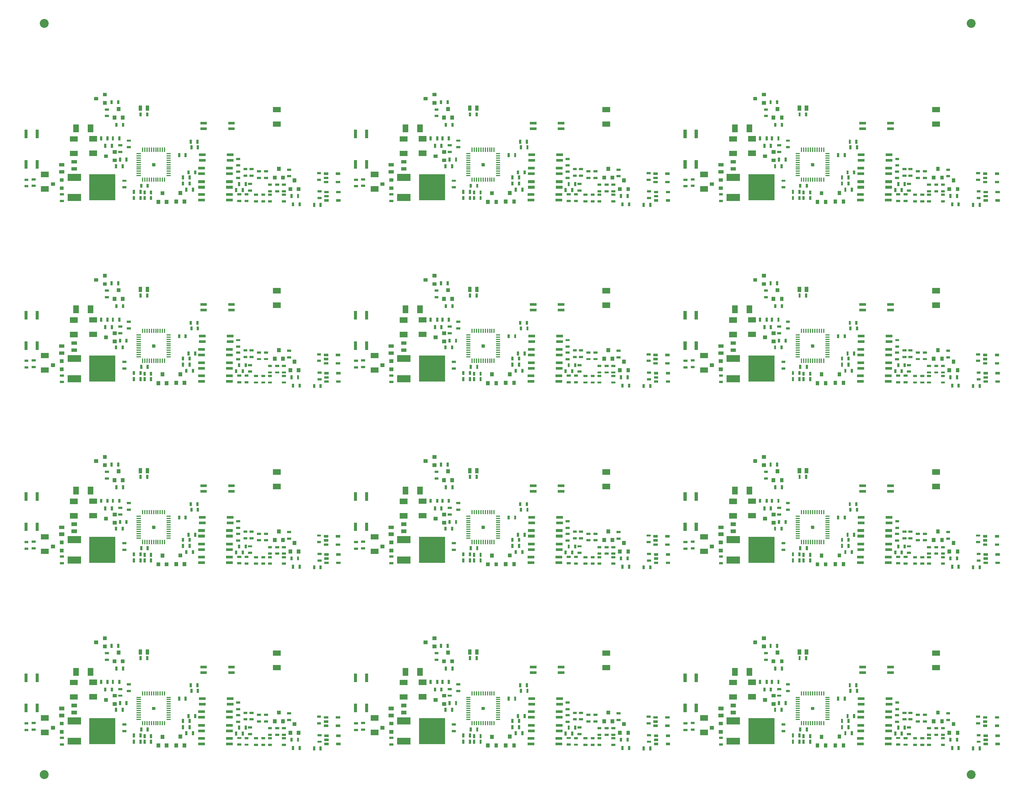
<source format=gtp>
*
%FSLAX36Y36*%
%MOIN*%
%ADD10C,0.010000*%
%ADD11R,0.019690X0.019690*%
%ADD12R,0.031500X0.031500*%
%ADD13R,0.032000X0.032000*%
%ADD14R,0.048000X0.048000*%
%ADD15R,0.029000X0.029000*%
%ADD16R,0.236000X0.236000*%
%ADD17R,0.063000X0.063000*%
%ADD18R,0.010000X0.010000*%
%ADD19R,0.021650X0.021650*%
%ADD20R,0.024020X0.024020*%
%ADD21R,0.027560X0.027560*%
%ADD22C,0.079921*%
%IPPOS*%
%LNgtp*%
%LPD*%
G75*
G54D10*
X1247230Y486050D02*
X1266760D01*
Y466520D01*
X1247230D01*
Y486050D01*
Y484510D02*
X1266760D01*
X1247230Y475510D02*
X1266760D01*
G54D11*
X950130Y589760D02*
X965870D01*
X950130Y648810D02*
X965870D01*
X109130Y282580D02*
X124870D01*
X109130Y341630D02*
X124870D01*
X174130Y285580D02*
X189870D01*
X174130Y344630D02*
X189870D01*
X427130Y151580D02*
X442870D01*
X427130Y210630D02*
X442870D01*
X987010Y331800D02*
X1002750D01*
X987010Y272750D02*
X1002750D01*
X1027010Y632750D02*
X1042750D01*
X1027010Y691800D02*
X1042750D01*
X831130Y912580D02*
X846870D01*
X831130Y971630D02*
X846870D01*
X2256010Y357750D02*
X2271750D01*
X2256010Y416800D02*
X2271750D01*
X2357010Y296800D02*
X2372750D01*
X2357010Y237750D02*
X2372750D01*
X2082010Y208800D02*
X2097750D01*
X2082010Y149750D02*
X2097750D01*
X2193010Y357750D02*
X2208750D01*
X2193010Y416800D02*
X2208750D01*
X2113010Y303800D02*
X2128750D01*
X2113010Y244750D02*
X2128750D01*
X2417010Y296800D02*
X2432750D01*
X2417010Y237750D02*
X2432750D01*
X2732130Y400520D02*
X2747870D01*
X2732130Y341470D02*
X2747870D01*
X2737130Y235520D02*
X2752870D01*
X2737130Y176470D02*
X2752870D01*
X2072010Y435800D02*
X2087750D01*
X2072010Y376750D02*
X2087750D01*
X2232010Y206800D02*
X2247750D01*
X2232010Y147750D02*
X2247750D01*
X2016010Y209800D02*
X2031750D01*
X2016010Y150750D02*
X2031750D01*
X2292010Y296800D02*
X2307750D01*
X2292010Y237750D02*
X2307750D01*
X2006010Y355750D02*
X2021750D01*
X2006010Y414800D02*
X2021750D01*
X2417010Y206800D02*
X2432750D01*
X2417010Y147750D02*
X2432750D01*
X2126010Y435800D02*
X2141750D01*
X2126010Y376750D02*
X2141750D01*
X2167010Y206800D02*
X2182750D01*
X2167010Y147750D02*
X2182750D01*
X2292010D02*
X2307750D01*
X2292010Y206800D02*
X2307750D01*
X2464130Y431520D02*
X2479870D01*
X2464130Y372470D02*
X2479870D01*
X2007010Y527800D02*
X2022750D01*
X2007010Y468750D02*
X2022750D01*
X824470Y636420D02*
Y652160D01*
X883520Y636420D02*
Y652160D01*
X920350Y454410D02*
Y470150D01*
X979400Y454410D02*
Y470150D01*
X1014400Y514410D02*
Y530150D01*
X955350Y514410D02*
Y530150D01*
X1485350Y554410D02*
Y570150D01*
X1544400Y554410D02*
Y570150D01*
X950520Y704240D02*
Y719980D01*
X891470Y704240D02*
Y719980D01*
X844520Y704240D02*
Y719980D01*
X785470Y704240D02*
Y719980D01*
X880470Y1029240D02*
Y1044980D01*
X939520Y1029240D02*
Y1044980D01*
X982520Y825240D02*
Y840980D01*
X923470Y825240D02*
Y840980D01*
X1140350Y919410D02*
Y935150D01*
X1199400Y919410D02*
Y935150D01*
X1579400Y354410D02*
Y370150D01*
X1520350Y354410D02*
Y370150D01*
X1080350Y224410D02*
Y240150D01*
X1139400Y224410D02*
Y240150D01*
X1145350Y279410D02*
Y295150D01*
X1204400Y279410D02*
Y295150D01*
X2507470Y112130D02*
Y127870D01*
X2566520Y112130D02*
Y127870D01*
X2024350Y294410D02*
Y310150D01*
X2083400Y294410D02*
Y310150D01*
X2695470Y108130D02*
Y123870D01*
X2754520Y108130D02*
Y123870D01*
X1080350Y169410D02*
Y185150D01*
X1139400Y169410D02*
Y185150D01*
X1570350Y399410D02*
Y415150D01*
X1629400Y399410D02*
Y415150D01*
X1579400Y299410D02*
Y315150D01*
X1520350Y299410D02*
Y315150D01*
X2492470Y187130D02*
Y202870D01*
X2551520Y187130D02*
Y202870D01*
X1550350Y244410D02*
Y260150D01*
X1609400Y244410D02*
Y260150D01*
X1234400Y218410D02*
Y234150D01*
X1175350Y218410D02*
Y234150D01*
X1234400Y169410D02*
Y185150D01*
X1175350Y169410D02*
Y185150D01*
X1997350Y241410D02*
Y257150D01*
X2056400Y241410D02*
Y257150D01*
X1595350Y624410D02*
Y640150D01*
X1654400Y624410D02*
Y640150D01*
X1590350Y674410D02*
Y690150D01*
X1649400Y674410D02*
Y690150D01*
G54D12*
X537130Y438610D02*
X552870D01*
X537130Y501600D02*
X552870D01*
X426130Y474600D02*
X441870D01*
X426130Y411610D02*
X441870D01*
G54D13*
X906000Y896110D02*
Y900110D01*
X980000Y896110D02*
Y900110D01*
X943000Y974110D02*
Y978110D01*
X1299880Y140280D02*
Y144280D01*
X1373880Y140280D02*
Y144280D01*
X1336880Y218280D02*
Y222280D01*
X1459880Y142280D02*
Y146280D01*
X1533880Y142280D02*
Y146280D01*
X1496880Y220280D02*
Y224280D01*
X2483000Y255000D02*
Y259000D01*
X2557000Y255000D02*
Y259000D01*
X2520000Y333000D02*
Y337000D01*
X2342880Y358280D02*
Y362280D01*
X2416880Y358280D02*
Y362280D01*
X2379880Y436280D02*
Y440280D01*
G54D14*
X272000Y259110D02*
X294000D01*
X272000Y389110D02*
X294000D01*
X532000Y707110D02*
X554000D01*
X532000Y577110D02*
X554000D01*
X703000Y709110D02*
X725000D01*
X703000Y579110D02*
X725000D01*
X2351200Y970510D02*
X2373200D01*
X2351200Y840510D02*
X2373200D01*
X691000Y792110D02*
Y814110D01*
X561000Y792110D02*
Y814110D01*
G54D15*
X113000Y455500D02*
Y502500D01*
X213000Y455500D02*
Y502500D01*
Y727500D02*
Y774500D01*
X113000Y727500D02*
Y774500D01*
G54D13*
X431000Y265110D02*
X435000D01*
X431000Y339110D02*
X435000D01*
X353000Y302110D02*
X357000D01*
X906000Y515290D02*
X910000D01*
X906000Y589290D02*
X910000D01*
X828000Y552290D02*
X832000D01*
X818000Y1031110D02*
X822000D01*
X818000Y1105110D02*
X822000D01*
X740000Y1068110D02*
X744000D01*
G54D12*
X1138380Y974410D02*
Y990150D01*
X1201370Y974410D02*
Y990150D01*
G54D16*
X797960Y272110D03*
G54D17*
X518500Y362660D02*
X573500D01*
X518500Y181550D02*
X573500D01*
G54D18*
X1109440Y574710D02*
X1136840D01*
X1109440Y555030D02*
X1136840D01*
X1109440Y535340D02*
X1136840D01*
X1109440Y515660D02*
X1136840D01*
X1109440Y495970D02*
X1136840D01*
X1109440Y476290D02*
X1136840D01*
X1109440Y456600D02*
X1136840D01*
X1109440Y436920D02*
X1136840D01*
X1109440Y417230D02*
X1136840D01*
X1109440Y397550D02*
X1136840D01*
X1109440Y377860D02*
X1136840D01*
X1158570Y328730D02*
Y356130D01*
X1178250Y328730D02*
Y356130D01*
X1197940Y328730D02*
Y356130D01*
X1217620Y328730D02*
Y356130D01*
X1237310Y328730D02*
Y356130D01*
X1257000Y328730D02*
Y356130D01*
X1276680Y328730D02*
Y356130D01*
X1296370Y328730D02*
Y356130D01*
X1316050Y328730D02*
Y356130D01*
X1334510Y328730D02*
Y356130D01*
X1355420Y328730D02*
Y356130D01*
X1377150Y377860D02*
X1404550D01*
X1377150Y397550D02*
X1404550D01*
X1377150Y417230D02*
X1404550D01*
X1377150Y436920D02*
X1404550D01*
X1377150Y456600D02*
X1404550D01*
X1377150Y476290D02*
X1404550D01*
X1377150Y495970D02*
X1404550D01*
X1377150Y515660D02*
X1404550D01*
X1377150Y535340D02*
X1404550D01*
X1377150Y555030D02*
X1404550D01*
X1377150Y574710D02*
X1404550D01*
X1355420Y596440D02*
Y623840D01*
X1335740Y596440D02*
Y623840D01*
X1316050Y596440D02*
Y623840D01*
X1296370Y596440D02*
Y623840D01*
X1276680Y596440D02*
Y623840D01*
X1257000Y596440D02*
Y623840D01*
X1237310Y596440D02*
Y623840D01*
X1217620Y596440D02*
Y623840D01*
X1197940Y596440D02*
Y623840D01*
X1178250Y596440D02*
Y623840D01*
X1158570Y596440D02*
Y623840D01*
G54D19*
X2794990Y394400D02*
X2812700D01*
X2794990Y357000D02*
X2812700D01*
X2794990Y319590D02*
X2812700D01*
X2901290D02*
X2919000D01*
X2901290Y394400D02*
X2919000D01*
X2798990Y230400D02*
X2816700D01*
X2798990Y193000D02*
X2816700D01*
X2798990Y155590D02*
X2816700D01*
X2905290D02*
X2923000D01*
X2905290Y230400D02*
X2923000D01*
G54D20*
X1673960Y564280D02*
X1709790D01*
X1673960Y514280D02*
X1709790D01*
X1923960D02*
X1959790D01*
X1923960Y564280D02*
X1959790D01*
X1955790Y395280D02*
X1919960D01*
X1955790Y445280D02*
X1919960D01*
X1705790D02*
X1669960D01*
X1705790Y395280D02*
X1669960D01*
X1667960Y207280D02*
X1703790D01*
X1667960Y157280D02*
X1703790D01*
X1917960D02*
X1953790D01*
X1917960Y207280D02*
X1953790D01*
X1955790Y273280D02*
X1919960D01*
X1955790Y323280D02*
X1919960D01*
X1705790D02*
X1669960D01*
X1705790Y273280D02*
X1669960D01*
X1972790Y797280D02*
X1936960D01*
X1972790Y847280D02*
X1936960D01*
X1722790D02*
X1686960D01*
X1722790Y797280D02*
X1686960D01*
G54D21*
X1257000Y476290D03*
G54D10*
X1247230Y2112030D02*
X1266760D01*
Y2092500D01*
X1247230D01*
Y2112030D01*
Y2110490D02*
X1266760D01*
X1247230Y2101490D02*
X1266760D01*
G54D11*
X950130Y2215740D02*
X965870D01*
X950130Y2274790D02*
X965870D01*
X109130Y1908560D02*
X124870D01*
X109130Y1967610D02*
X124870D01*
X174130Y1911560D02*
X189870D01*
X174130Y1970610D02*
X189870D01*
X427130Y1777560D02*
X442870D01*
X427130Y1836610D02*
X442870D01*
X987010Y1957780D02*
X1002750D01*
X987010Y1898730D02*
X1002750D01*
X1027010Y2258730D02*
X1042750D01*
X1027010Y2317780D02*
X1042750D01*
X831130Y2538560D02*
X846870D01*
X831130Y2597610D02*
X846870D01*
X2256010Y1983730D02*
X2271750D01*
X2256010Y2042780D02*
X2271750D01*
X2357010Y1922780D02*
X2372750D01*
X2357010Y1863730D02*
X2372750D01*
X2082010Y1834780D02*
X2097750D01*
X2082010Y1775730D02*
X2097750D01*
X2193010Y1983730D02*
X2208750D01*
X2193010Y2042780D02*
X2208750D01*
X2113010Y1929780D02*
X2128750D01*
X2113010Y1870730D02*
X2128750D01*
X2417010Y1922780D02*
X2432750D01*
X2417010Y1863730D02*
X2432750D01*
X2732130Y2026500D02*
X2747870D01*
X2732130Y1967450D02*
X2747870D01*
X2737130Y1861500D02*
X2752870D01*
X2737130Y1802450D02*
X2752870D01*
X2072010Y2061780D02*
X2087750D01*
X2072010Y2002730D02*
X2087750D01*
X2232010Y1832780D02*
X2247750D01*
X2232010Y1773730D02*
X2247750D01*
X2016010Y1835780D02*
X2031750D01*
X2016010Y1776730D02*
X2031750D01*
X2292010Y1922780D02*
X2307750D01*
X2292010Y1863730D02*
X2307750D01*
X2006010Y1981730D02*
X2021750D01*
X2006010Y2040780D02*
X2021750D01*
X2417010Y1832780D02*
X2432750D01*
X2417010Y1773730D02*
X2432750D01*
X2126010Y2061780D02*
X2141750D01*
X2126010Y2002730D02*
X2141750D01*
X2167010Y1832780D02*
X2182750D01*
X2167010Y1773730D02*
X2182750D01*
X2292010D02*
X2307750D01*
X2292010Y1832780D02*
X2307750D01*
X2464130Y2057500D02*
X2479870D01*
X2464130Y1998450D02*
X2479870D01*
X2007010Y2153780D02*
X2022750D01*
X2007010Y2094730D02*
X2022750D01*
X824470Y2262400D02*
Y2278140D01*
X883520Y2262400D02*
Y2278140D01*
X920350Y2080390D02*
Y2096130D01*
X979400Y2080390D02*
Y2096130D01*
X1014400Y2140390D02*
Y2156130D01*
X955350Y2140390D02*
Y2156130D01*
X1485350Y2180390D02*
Y2196130D01*
X1544400Y2180390D02*
Y2196130D01*
X950520Y2330220D02*
Y2345960D01*
X891470Y2330220D02*
Y2345960D01*
X844520Y2330220D02*
Y2345960D01*
X785470Y2330220D02*
Y2345960D01*
X880470Y2655220D02*
Y2670960D01*
X939520Y2655220D02*
Y2670960D01*
X982520Y2451220D02*
Y2466960D01*
X923470Y2451220D02*
Y2466960D01*
X1140350Y2545390D02*
Y2561130D01*
X1199400Y2545390D02*
Y2561130D01*
X1579400Y1980390D02*
Y1996130D01*
X1520350Y1980390D02*
Y1996130D01*
X1080350Y1850390D02*
Y1866130D01*
X1139400Y1850390D02*
Y1866130D01*
X1145350Y1905390D02*
Y1921130D01*
X1204400Y1905390D02*
Y1921130D01*
X2507470Y1738110D02*
Y1753850D01*
X2566520Y1738110D02*
Y1753850D01*
X2024350Y1920390D02*
Y1936130D01*
X2083400Y1920390D02*
Y1936130D01*
X2695470Y1734110D02*
Y1749850D01*
X2754520Y1734110D02*
Y1749850D01*
X1080350Y1795390D02*
Y1811130D01*
X1139400Y1795390D02*
Y1811130D01*
X1570350Y2025390D02*
Y2041130D01*
X1629400Y2025390D02*
Y2041130D01*
X1579400Y1925390D02*
Y1941130D01*
X1520350Y1925390D02*
Y1941130D01*
X2492470Y1813110D02*
Y1828850D01*
X2551520Y1813110D02*
Y1828850D01*
X1550350Y1870390D02*
Y1886130D01*
X1609400Y1870390D02*
Y1886130D01*
X1234400Y1844390D02*
Y1860130D01*
X1175350Y1844390D02*
Y1860130D01*
X1234400Y1795390D02*
Y1811130D01*
X1175350Y1795390D02*
Y1811130D01*
X1997350Y1867390D02*
Y1883130D01*
X2056400Y1867390D02*
Y1883130D01*
X1595350Y2250390D02*
Y2266130D01*
X1654400Y2250390D02*
Y2266130D01*
X1590350Y2300390D02*
Y2316130D01*
X1649400Y2300390D02*
Y2316130D01*
G54D12*
X537130Y2064590D02*
X552870D01*
X537130Y2127580D02*
X552870D01*
X426130Y2100580D02*
X441870D01*
X426130Y2037590D02*
X441870D01*
G54D13*
X906000Y2522090D02*
Y2526090D01*
X980000Y2522090D02*
Y2526090D01*
X943000Y2600090D02*
Y2604090D01*
X1299880Y1766260D02*
Y1770260D01*
X1373880Y1766260D02*
Y1770260D01*
X1336880Y1844260D02*
Y1848260D01*
X1459880Y1768260D02*
Y1772260D01*
X1533880Y1768260D02*
Y1772260D01*
X1496880Y1846260D02*
Y1850260D01*
X2483000Y1880980D02*
Y1884980D01*
X2557000Y1880980D02*
Y1884980D01*
X2520000Y1958980D02*
Y1962980D01*
X2342880Y1984260D02*
Y1988260D01*
X2416880Y1984260D02*
Y1988260D01*
X2379880Y2062260D02*
Y2066260D01*
G54D14*
X272000Y1885090D02*
X294000D01*
X272000Y2015090D02*
X294000D01*
X532000Y2333090D02*
X554000D01*
X532000Y2203090D02*
X554000D01*
X703000Y2335090D02*
X725000D01*
X703000Y2205090D02*
X725000D01*
X2351200Y2596490D02*
X2373200D01*
X2351200Y2466490D02*
X2373200D01*
X691000Y2418090D02*
Y2440090D01*
X561000Y2418090D02*
Y2440090D01*
G54D15*
X113000Y2081480D02*
Y2128480D01*
X213000Y2081480D02*
Y2128480D01*
Y2353480D02*
Y2400480D01*
X113000Y2353480D02*
Y2400480D01*
G54D13*
X431000Y1891090D02*
X435000D01*
X431000Y1965090D02*
X435000D01*
X353000Y1928090D02*
X357000D01*
X906000Y2141270D02*
X910000D01*
X906000Y2215270D02*
X910000D01*
X828000Y2178270D02*
X832000D01*
X818000Y2657090D02*
X822000D01*
X818000Y2731090D02*
X822000D01*
X740000Y2694090D02*
X744000D01*
G54D12*
X1138380Y2600390D02*
Y2616130D01*
X1201370Y2600390D02*
Y2616130D01*
G54D16*
X797960Y1898090D03*
G54D17*
X518500Y1988640D02*
X573500D01*
X518500Y1807530D02*
X573500D01*
G54D18*
X1109440Y2200690D02*
X1136840D01*
X1109440Y2181010D02*
X1136840D01*
X1109440Y2161320D02*
X1136840D01*
X1109440Y2141640D02*
X1136840D01*
X1109440Y2121950D02*
X1136840D01*
X1109440Y2102270D02*
X1136840D01*
X1109440Y2082580D02*
X1136840D01*
X1109440Y2062900D02*
X1136840D01*
X1109440Y2043210D02*
X1136840D01*
X1109440Y2023530D02*
X1136840D01*
X1109440Y2003840D02*
X1136840D01*
X1158570Y1954710D02*
Y1982110D01*
X1178250Y1954710D02*
Y1982110D01*
X1197940Y1954710D02*
Y1982110D01*
X1217620Y1954710D02*
Y1982110D01*
X1237310Y1954710D02*
Y1982110D01*
X1257000Y1954710D02*
Y1982110D01*
X1276680Y1954710D02*
Y1982110D01*
X1296370Y1954710D02*
Y1982110D01*
X1316050Y1954710D02*
Y1982110D01*
X1334510Y1954710D02*
Y1982110D01*
X1355420Y1954710D02*
Y1982110D01*
X1377150Y2003840D02*
X1404550D01*
X1377150Y2023530D02*
X1404550D01*
X1377150Y2043210D02*
X1404550D01*
X1377150Y2062900D02*
X1404550D01*
X1377150Y2082580D02*
X1404550D01*
X1377150Y2102270D02*
X1404550D01*
X1377150Y2121950D02*
X1404550D01*
X1377150Y2141640D02*
X1404550D01*
X1377150Y2161320D02*
X1404550D01*
X1377150Y2181010D02*
X1404550D01*
X1377150Y2200690D02*
X1404550D01*
X1355420Y2222420D02*
Y2249820D01*
X1335740Y2222420D02*
Y2249820D01*
X1316050Y2222420D02*
Y2249820D01*
X1296370Y2222420D02*
Y2249820D01*
X1276680Y2222420D02*
Y2249820D01*
X1257000Y2222420D02*
Y2249820D01*
X1237310Y2222420D02*
Y2249820D01*
X1217620Y2222420D02*
Y2249820D01*
X1197940Y2222420D02*
Y2249820D01*
X1178250Y2222420D02*
Y2249820D01*
X1158570Y2222420D02*
Y2249820D01*
G54D19*
X2794990Y2020380D02*
X2812700D01*
X2794990Y1982980D02*
X2812700D01*
X2794990Y1945570D02*
X2812700D01*
X2901290D02*
X2919000D01*
X2901290Y2020380D02*
X2919000D01*
X2798990Y1856380D02*
X2816700D01*
X2798990Y1818980D02*
X2816700D01*
X2798990Y1781570D02*
X2816700D01*
X2905290D02*
X2923000D01*
X2905290Y1856380D02*
X2923000D01*
G54D20*
X1673960Y2190260D02*
X1709790D01*
X1673960Y2140260D02*
X1709790D01*
X1923960D02*
X1959790D01*
X1923960Y2190260D02*
X1959790D01*
X1955790Y2021260D02*
X1919960D01*
X1955790Y2071260D02*
X1919960D01*
X1705790D02*
X1669960D01*
X1705790Y2021260D02*
X1669960D01*
X1667960Y1833260D02*
X1703790D01*
X1667960Y1783260D02*
X1703790D01*
X1917960D02*
X1953790D01*
X1917960Y1833260D02*
X1953790D01*
X1955790Y1899260D02*
X1919960D01*
X1955790Y1949260D02*
X1919960D01*
X1705790D02*
X1669960D01*
X1705790Y1899260D02*
X1669960D01*
X1972790Y2423260D02*
X1936960D01*
X1972790Y2473260D02*
X1936960D01*
X1722790D02*
X1686960D01*
X1722790Y2423260D02*
X1686960D01*
G54D21*
X1257000Y2102270D03*
G54D10*
X1247230Y3738011D02*
X1266760D01*
Y3718481D01*
X1247230D01*
Y3738011D01*
Y3736471D02*
X1266760D01*
X1247230Y3727471D02*
X1266760D01*
G54D11*
X950130Y3841721D02*
X965870D01*
X950130Y3900771D02*
X965870D01*
X109130Y3534541D02*
X124870D01*
X109130Y3593591D02*
X124870D01*
X174130Y3537541D02*
X189870D01*
X174130Y3596591D02*
X189870D01*
X427130Y3403541D02*
X442870D01*
X427130Y3462591D02*
X442870D01*
X987010Y3583761D02*
X1002750D01*
X987010Y3524711D02*
X1002750D01*
X1027010Y3884711D02*
X1042750D01*
X1027010Y3943761D02*
X1042750D01*
X831130Y4164541D02*
X846870D01*
X831130Y4223591D02*
X846870D01*
X2256010Y3609711D02*
X2271750D01*
X2256010Y3668761D02*
X2271750D01*
X2357010Y3548761D02*
X2372750D01*
X2357010Y3489711D02*
X2372750D01*
X2082010Y3460761D02*
X2097750D01*
X2082010Y3401711D02*
X2097750D01*
X2193010Y3609711D02*
X2208750D01*
X2193010Y3668761D02*
X2208750D01*
X2113010Y3555761D02*
X2128750D01*
X2113010Y3496711D02*
X2128750D01*
X2417010Y3548761D02*
X2432750D01*
X2417010Y3489711D02*
X2432750D01*
X2732130Y3652481D02*
X2747870D01*
X2732130Y3593431D02*
X2747870D01*
X2737130Y3487481D02*
X2752870D01*
X2737130Y3428431D02*
X2752870D01*
X2072010Y3687761D02*
X2087750D01*
X2072010Y3628711D02*
X2087750D01*
X2232010Y3458761D02*
X2247750D01*
X2232010Y3399711D02*
X2247750D01*
X2016010Y3461761D02*
X2031750D01*
X2016010Y3402711D02*
X2031750D01*
X2292010Y3548761D02*
X2307750D01*
X2292010Y3489711D02*
X2307750D01*
X2006010Y3607711D02*
X2021750D01*
X2006010Y3666761D02*
X2021750D01*
X2417010Y3458761D02*
X2432750D01*
X2417010Y3399711D02*
X2432750D01*
X2126010Y3687761D02*
X2141750D01*
X2126010Y3628711D02*
X2141750D01*
X2167010Y3458761D02*
X2182750D01*
X2167010Y3399711D02*
X2182750D01*
X2292010D02*
X2307750D01*
X2292010Y3458761D02*
X2307750D01*
X2464130Y3683481D02*
X2479870D01*
X2464130Y3624431D02*
X2479870D01*
X2007010Y3779761D02*
X2022750D01*
X2007010Y3720711D02*
X2022750D01*
X824470Y3888381D02*
Y3904121D01*
X883520Y3888381D02*
Y3904121D01*
X920350Y3706371D02*
Y3722111D01*
X979400Y3706371D02*
Y3722111D01*
X1014400Y3766371D02*
Y3782111D01*
X955350Y3766371D02*
Y3782111D01*
X1485350Y3806371D02*
Y3822111D01*
X1544400Y3806371D02*
Y3822111D01*
X950520Y3956201D02*
Y3971941D01*
X891470Y3956201D02*
Y3971941D01*
X844520Y3956201D02*
Y3971941D01*
X785470Y3956201D02*
Y3971941D01*
X880470Y4281201D02*
Y4296941D01*
X939520Y4281201D02*
Y4296941D01*
X982520Y4077201D02*
Y4092941D01*
X923470Y4077201D02*
Y4092941D01*
X1140350Y4171371D02*
Y4187111D01*
X1199400Y4171371D02*
Y4187111D01*
X1579400Y3606371D02*
Y3622111D01*
X1520350Y3606371D02*
Y3622111D01*
X1080350Y3476371D02*
Y3492111D01*
X1139400Y3476371D02*
Y3492111D01*
X1145350Y3531371D02*
Y3547111D01*
X1204400Y3531371D02*
Y3547111D01*
X2507470Y3364091D02*
Y3379831D01*
X2566520Y3364091D02*
Y3379831D01*
X2024350Y3546371D02*
Y3562111D01*
X2083400Y3546371D02*
Y3562111D01*
X2695470Y3360091D02*
Y3375831D01*
X2754520Y3360091D02*
Y3375831D01*
X1080350Y3421371D02*
Y3437111D01*
X1139400Y3421371D02*
Y3437111D01*
X1570350Y3651371D02*
Y3667111D01*
X1629400Y3651371D02*
Y3667111D01*
X1579400Y3551371D02*
Y3567111D01*
X1520350Y3551371D02*
Y3567111D01*
X2492470Y3439091D02*
Y3454831D01*
X2551520Y3439091D02*
Y3454831D01*
X1550350Y3496371D02*
Y3512111D01*
X1609400Y3496371D02*
Y3512111D01*
X1234400Y3470371D02*
Y3486111D01*
X1175350Y3470371D02*
Y3486111D01*
X1234400Y3421371D02*
Y3437111D01*
X1175350Y3421371D02*
Y3437111D01*
X1997350Y3493371D02*
Y3509111D01*
X2056400Y3493371D02*
Y3509111D01*
X1595350Y3876371D02*
Y3892111D01*
X1654400Y3876371D02*
Y3892111D01*
X1590350Y3926371D02*
Y3942111D01*
X1649400Y3926371D02*
Y3942111D01*
G54D12*
X537130Y3690571D02*
X552870D01*
X537130Y3753561D02*
X552870D01*
X426130Y3726561D02*
X441870D01*
X426130Y3663571D02*
X441870D01*
G54D13*
X906000Y4148071D02*
Y4152071D01*
X980000Y4148071D02*
Y4152071D01*
X943000Y4226071D02*
Y4230071D01*
X1299880Y3392241D02*
Y3396241D01*
X1373880Y3392241D02*
Y3396241D01*
X1336880Y3470241D02*
Y3474241D01*
X1459880Y3394241D02*
Y3398241D01*
X1533880Y3394241D02*
Y3398241D01*
X1496880Y3472241D02*
Y3476241D01*
X2483000Y3506961D02*
Y3510961D01*
X2557000Y3506961D02*
Y3510961D01*
X2520000Y3584961D02*
Y3588961D01*
X2342880Y3610241D02*
Y3614241D01*
X2416880Y3610241D02*
Y3614241D01*
X2379880Y3688241D02*
Y3692241D01*
G54D14*
X272000Y3511071D02*
X294000D01*
X272000Y3641071D02*
X294000D01*
X532000Y3959071D02*
X554000D01*
X532000Y3829071D02*
X554000D01*
X703000Y3961071D02*
X725000D01*
X703000Y3831071D02*
X725000D01*
X2351200Y4222471D02*
X2373200D01*
X2351200Y4092471D02*
X2373200D01*
X691000Y4044071D02*
Y4066071D01*
X561000Y4044071D02*
Y4066071D01*
G54D15*
X113000Y3707461D02*
Y3754461D01*
X213000Y3707461D02*
Y3754461D01*
Y3979461D02*
Y4026461D01*
X113000Y3979461D02*
Y4026461D01*
G54D13*
X431000Y3517071D02*
X435000D01*
X431000Y3591071D02*
X435000D01*
X353000Y3554071D02*
X357000D01*
X906000Y3767251D02*
X910000D01*
X906000Y3841251D02*
X910000D01*
X828000Y3804251D02*
X832000D01*
X818000Y4283071D02*
X822000D01*
X818000Y4357071D02*
X822000D01*
X740000Y4320071D02*
X744000D01*
G54D12*
X1138380Y4226371D02*
Y4242111D01*
X1201370Y4226371D02*
Y4242111D01*
G54D16*
X797960Y3524071D03*
G54D17*
X518500Y3614621D02*
X573500D01*
X518500Y3433511D02*
X573500D01*
G54D18*
X1109440Y3826671D02*
X1136840D01*
X1109440Y3806991D02*
X1136840D01*
X1109440Y3787301D02*
X1136840D01*
X1109440Y3767621D02*
X1136840D01*
X1109440Y3747931D02*
X1136840D01*
X1109440Y3728251D02*
X1136840D01*
X1109440Y3708561D02*
X1136840D01*
X1109440Y3688881D02*
X1136840D01*
X1109440Y3669191D02*
X1136840D01*
X1109440Y3649511D02*
X1136840D01*
X1109440Y3629821D02*
X1136840D01*
X1158570Y3580691D02*
Y3608091D01*
X1178250Y3580691D02*
Y3608091D01*
X1197940Y3580691D02*
Y3608091D01*
X1217620Y3580691D02*
Y3608091D01*
X1237310Y3580691D02*
Y3608091D01*
X1257000Y3580691D02*
Y3608091D01*
X1276680Y3580691D02*
Y3608091D01*
X1296370Y3580691D02*
Y3608091D01*
X1316050Y3580691D02*
Y3608091D01*
X1334510Y3580691D02*
Y3608091D01*
X1355420Y3580691D02*
Y3608091D01*
X1377150Y3629821D02*
X1404550D01*
X1377150Y3649511D02*
X1404550D01*
X1377150Y3669191D02*
X1404550D01*
X1377150Y3688881D02*
X1404550D01*
X1377150Y3708561D02*
X1404550D01*
X1377150Y3728251D02*
X1404550D01*
X1377150Y3747931D02*
X1404550D01*
X1377150Y3767621D02*
X1404550D01*
X1377150Y3787301D02*
X1404550D01*
X1377150Y3806991D02*
X1404550D01*
X1377150Y3826671D02*
X1404550D01*
X1355420Y3848401D02*
Y3875801D01*
X1335740Y3848401D02*
Y3875801D01*
X1316050Y3848401D02*
Y3875801D01*
X1296370Y3848401D02*
Y3875801D01*
X1276680Y3848401D02*
Y3875801D01*
X1257000Y3848401D02*
Y3875801D01*
X1237310Y3848401D02*
Y3875801D01*
X1217620Y3848401D02*
Y3875801D01*
X1197940Y3848401D02*
Y3875801D01*
X1178250Y3848401D02*
Y3875801D01*
X1158570Y3848401D02*
Y3875801D01*
G54D19*
X2794990Y3646361D02*
X2812700D01*
X2794990Y3608961D02*
X2812700D01*
X2794990Y3571551D02*
X2812700D01*
X2901290D02*
X2919000D01*
X2901290Y3646361D02*
X2919000D01*
X2798990Y3482361D02*
X2816700D01*
X2798990Y3444961D02*
X2816700D01*
X2798990Y3407551D02*
X2816700D01*
X2905290D02*
X2923000D01*
X2905290Y3482361D02*
X2923000D01*
G54D20*
X1673960Y3816241D02*
X1709790D01*
X1673960Y3766241D02*
X1709790D01*
X1923960D02*
X1959790D01*
X1923960Y3816241D02*
X1959790D01*
X1955790Y3647241D02*
X1919960D01*
X1955790Y3697241D02*
X1919960D01*
X1705790D02*
X1669960D01*
X1705790Y3647241D02*
X1669960D01*
X1667960Y3459241D02*
X1703790D01*
X1667960Y3409241D02*
X1703790D01*
X1917960D02*
X1953790D01*
X1917960Y3459241D02*
X1953790D01*
X1955790Y3525241D02*
X1919960D01*
X1955790Y3575241D02*
X1919960D01*
X1705790D02*
X1669960D01*
X1705790Y3525241D02*
X1669960D01*
X1972790Y4049241D02*
X1936960D01*
X1972790Y4099241D02*
X1936960D01*
X1722790D02*
X1686960D01*
X1722790Y4049241D02*
X1686960D01*
G54D21*
X1257000Y3728251D03*
G54D10*
X1247230Y5363991D02*
X1266760D01*
Y5344461D01*
X1247230D01*
Y5363991D01*
Y5362451D02*
X1266760D01*
X1247230Y5353451D02*
X1266760D01*
G54D11*
X950130Y5467701D02*
X965870D01*
X950130Y5526751D02*
X965870D01*
X109130Y5160521D02*
X124870D01*
X109130Y5219571D02*
X124870D01*
X174130Y5163521D02*
X189870D01*
X174130Y5222571D02*
X189870D01*
X427130Y5029521D02*
X442870D01*
X427130Y5088571D02*
X442870D01*
X987010Y5209741D02*
X1002750D01*
X987010Y5150691D02*
X1002750D01*
X1027010Y5510691D02*
X1042750D01*
X1027010Y5569741D02*
X1042750D01*
X831130Y5790521D02*
X846870D01*
X831130Y5849571D02*
X846870D01*
X2256010Y5235691D02*
X2271750D01*
X2256010Y5294741D02*
X2271750D01*
X2357010Y5174741D02*
X2372750D01*
X2357010Y5115691D02*
X2372750D01*
X2082010Y5086741D02*
X2097750D01*
X2082010Y5027691D02*
X2097750D01*
X2193010Y5235691D02*
X2208750D01*
X2193010Y5294741D02*
X2208750D01*
X2113010Y5181741D02*
X2128750D01*
X2113010Y5122691D02*
X2128750D01*
X2417010Y5174741D02*
X2432750D01*
X2417010Y5115691D02*
X2432750D01*
X2732130Y5278461D02*
X2747870D01*
X2732130Y5219411D02*
X2747870D01*
X2737130Y5113461D02*
X2752870D01*
X2737130Y5054411D02*
X2752870D01*
X2072010Y5313741D02*
X2087750D01*
X2072010Y5254691D02*
X2087750D01*
X2232010Y5084741D02*
X2247750D01*
X2232010Y5025691D02*
X2247750D01*
X2016010Y5087741D02*
X2031750D01*
X2016010Y5028691D02*
X2031750D01*
X2292010Y5174741D02*
X2307750D01*
X2292010Y5115691D02*
X2307750D01*
X2006010Y5233691D02*
X2021750D01*
X2006010Y5292741D02*
X2021750D01*
X2417010Y5084741D02*
X2432750D01*
X2417010Y5025691D02*
X2432750D01*
X2126010Y5313741D02*
X2141750D01*
X2126010Y5254691D02*
X2141750D01*
X2167010Y5084741D02*
X2182750D01*
X2167010Y5025691D02*
X2182750D01*
X2292010D02*
X2307750D01*
X2292010Y5084741D02*
X2307750D01*
X2464130Y5309461D02*
X2479870D01*
X2464130Y5250411D02*
X2479870D01*
X2007010Y5405741D02*
X2022750D01*
X2007010Y5346691D02*
X2022750D01*
X824470Y5514361D02*
Y5530101D01*
X883520Y5514361D02*
Y5530101D01*
X920350Y5332351D02*
Y5348091D01*
X979400Y5332351D02*
Y5348091D01*
X1014400Y5392351D02*
Y5408091D01*
X955350Y5392351D02*
Y5408091D01*
X1485350Y5432351D02*
Y5448091D01*
X1544400Y5432351D02*
Y5448091D01*
X950520Y5582181D02*
Y5597921D01*
X891470Y5582181D02*
Y5597921D01*
X844520Y5582181D02*
Y5597921D01*
X785470Y5582181D02*
Y5597921D01*
X880470Y5907181D02*
Y5922921D01*
X939520Y5907181D02*
Y5922921D01*
X982520Y5703181D02*
Y5718921D01*
X923470Y5703181D02*
Y5718921D01*
X1140350Y5797351D02*
Y5813091D01*
X1199400Y5797351D02*
Y5813091D01*
X1579400Y5232351D02*
Y5248091D01*
X1520350Y5232351D02*
Y5248091D01*
X1080350Y5102351D02*
Y5118091D01*
X1139400Y5102351D02*
Y5118091D01*
X1145350Y5157351D02*
Y5173091D01*
X1204400Y5157351D02*
Y5173091D01*
X2507470Y4990071D02*
Y5005811D01*
X2566520Y4990071D02*
Y5005811D01*
X2024350Y5172351D02*
Y5188091D01*
X2083400Y5172351D02*
Y5188091D01*
X2695470Y4986071D02*
Y5001811D01*
X2754520Y4986071D02*
Y5001811D01*
X1080350Y5047351D02*
Y5063091D01*
X1139400Y5047351D02*
Y5063091D01*
X1570350Y5277351D02*
Y5293091D01*
X1629400Y5277351D02*
Y5293091D01*
X1579400Y5177351D02*
Y5193091D01*
X1520350Y5177351D02*
Y5193091D01*
X2492470Y5065071D02*
Y5080811D01*
X2551520Y5065071D02*
Y5080811D01*
X1550350Y5122351D02*
Y5138091D01*
X1609400Y5122351D02*
Y5138091D01*
X1234400Y5096351D02*
Y5112091D01*
X1175350Y5096351D02*
Y5112091D01*
X1234400Y5047351D02*
Y5063091D01*
X1175350Y5047351D02*
Y5063091D01*
X1997350Y5119351D02*
Y5135091D01*
X2056400Y5119351D02*
Y5135091D01*
X1595350Y5502351D02*
Y5518091D01*
X1654400Y5502351D02*
Y5518091D01*
X1590350Y5552351D02*
Y5568091D01*
X1649400Y5552351D02*
Y5568091D01*
G54D12*
X537130Y5316551D02*
X552870D01*
X537130Y5379541D02*
X552870D01*
X426130Y5352541D02*
X441870D01*
X426130Y5289551D02*
X441870D01*
G54D13*
X906000Y5774051D02*
Y5778051D01*
X980000Y5774051D02*
Y5778051D01*
X943000Y5852051D02*
Y5856051D01*
X1299880Y5018221D02*
Y5022221D01*
X1373880Y5018221D02*
Y5022221D01*
X1336880Y5096221D02*
Y5100221D01*
X1459880Y5020221D02*
Y5024221D01*
X1533880Y5020221D02*
Y5024221D01*
X1496880Y5098221D02*
Y5102221D01*
X2483000Y5132941D02*
Y5136941D01*
X2557000Y5132941D02*
Y5136941D01*
X2520000Y5210941D02*
Y5214941D01*
X2342880Y5236221D02*
Y5240221D01*
X2416880Y5236221D02*
Y5240221D01*
X2379880Y5314221D02*
Y5318221D01*
G54D14*
X272000Y5137051D02*
X294000D01*
X272000Y5267051D02*
X294000D01*
X532000Y5585051D02*
X554000D01*
X532000Y5455051D02*
X554000D01*
X703000Y5587051D02*
X725000D01*
X703000Y5457051D02*
X725000D01*
X2351200Y5848451D02*
X2373200D01*
X2351200Y5718451D02*
X2373200D01*
X691000Y5670051D02*
Y5692051D01*
X561000Y5670051D02*
Y5692051D01*
G54D15*
X113000Y5333441D02*
Y5380441D01*
X213000Y5333441D02*
Y5380441D01*
Y5605441D02*
Y5652441D01*
X113000Y5605441D02*
Y5652441D01*
G54D13*
X431000Y5143051D02*
X435000D01*
X431000Y5217051D02*
X435000D01*
X353000Y5180051D02*
X357000D01*
X906000Y5393231D02*
X910000D01*
X906000Y5467231D02*
X910000D01*
X828000Y5430231D02*
X832000D01*
X818000Y5909051D02*
X822000D01*
X818000Y5983051D02*
X822000D01*
X740000Y5946051D02*
X744000D01*
G54D12*
X1138380Y5852351D02*
Y5868091D01*
X1201370Y5852351D02*
Y5868091D01*
G54D16*
X797960Y5150051D03*
G54D17*
X518500Y5240601D02*
X573500D01*
X518500Y5059491D02*
X573500D01*
G54D18*
X1109440Y5452651D02*
X1136840D01*
X1109440Y5432971D02*
X1136840D01*
X1109440Y5413281D02*
X1136840D01*
X1109440Y5393601D02*
X1136840D01*
X1109440Y5373911D02*
X1136840D01*
X1109440Y5354231D02*
X1136840D01*
X1109440Y5334541D02*
X1136840D01*
X1109440Y5314861D02*
X1136840D01*
X1109440Y5295171D02*
X1136840D01*
X1109440Y5275491D02*
X1136840D01*
X1109440Y5255801D02*
X1136840D01*
X1158570Y5206671D02*
Y5234071D01*
X1178250Y5206671D02*
Y5234071D01*
X1197940Y5206671D02*
Y5234071D01*
X1217620Y5206671D02*
Y5234071D01*
X1237310Y5206671D02*
Y5234071D01*
X1257000Y5206671D02*
Y5234071D01*
X1276680Y5206671D02*
Y5234071D01*
X1296370Y5206671D02*
Y5234071D01*
X1316050Y5206671D02*
Y5234071D01*
X1334510Y5206671D02*
Y5234071D01*
X1355420Y5206671D02*
Y5234071D01*
X1377150Y5255801D02*
X1404550D01*
X1377150Y5275491D02*
X1404550D01*
X1377150Y5295171D02*
X1404550D01*
X1377150Y5314861D02*
X1404550D01*
X1377150Y5334541D02*
X1404550D01*
X1377150Y5354231D02*
X1404550D01*
X1377150Y5373911D02*
X1404550D01*
X1377150Y5393601D02*
X1404550D01*
X1377150Y5413281D02*
X1404550D01*
X1377150Y5432971D02*
X1404550D01*
X1377150Y5452651D02*
X1404550D01*
X1355420Y5474381D02*
Y5501781D01*
X1335740Y5474381D02*
Y5501781D01*
X1316050Y5474381D02*
Y5501781D01*
X1296370Y5474381D02*
Y5501781D01*
X1276680Y5474381D02*
Y5501781D01*
X1257000Y5474381D02*
Y5501781D01*
X1237310Y5474381D02*
Y5501781D01*
X1217620Y5474381D02*
Y5501781D01*
X1197940Y5474381D02*
Y5501781D01*
X1178250Y5474381D02*
Y5501781D01*
X1158570Y5474381D02*
Y5501781D01*
G54D19*
X2794990Y5272341D02*
X2812700D01*
X2794990Y5234941D02*
X2812700D01*
X2794990Y5197531D02*
X2812700D01*
X2901290D02*
X2919000D01*
X2901290Y5272341D02*
X2919000D01*
X2798990Y5108341D02*
X2816700D01*
X2798990Y5070941D02*
X2816700D01*
X2798990Y5033531D02*
X2816700D01*
X2905290D02*
X2923000D01*
X2905290Y5108341D02*
X2923000D01*
G54D20*
X1673960Y5442221D02*
X1709790D01*
X1673960Y5392221D02*
X1709790D01*
X1923960D02*
X1959790D01*
X1923960Y5442221D02*
X1959790D01*
X1955790Y5273221D02*
X1919960D01*
X1955790Y5323221D02*
X1919960D01*
X1705790D02*
X1669960D01*
X1705790Y5273221D02*
X1669960D01*
X1667960Y5085221D02*
X1703790D01*
X1667960Y5035221D02*
X1703790D01*
X1917960D02*
X1953790D01*
X1917960Y5085221D02*
X1953790D01*
X1955790Y5151221D02*
X1919960D01*
X1955790Y5201221D02*
X1919960D01*
X1705790D02*
X1669960D01*
X1705790Y5151221D02*
X1669960D01*
X1972790Y5675221D02*
X1936960D01*
X1972790Y5725221D02*
X1936960D01*
X1722790D02*
X1686960D01*
X1722790Y5675221D02*
X1686960D01*
G54D21*
X1257000Y5354231D03*
G54D10*
X4201159Y486050D02*
X4220689D01*
Y466520D01*
X4201159D01*
Y486050D01*
Y484510D02*
X4220689D01*
X4201159Y475510D02*
X4220689D01*
G54D11*
X3904059Y589760D02*
X3919799D01*
X3904059Y648810D02*
X3919799D01*
X3063059Y282580D02*
X3078799D01*
X3063059Y341630D02*
X3078799D01*
X3128059Y285580D02*
X3143799D01*
X3128059Y344630D02*
X3143799D01*
X3381059Y151580D02*
X3396799D01*
X3381059Y210630D02*
X3396799D01*
X3940939Y331800D02*
X3956679D01*
X3940939Y272750D02*
X3956679D01*
X3980939Y632750D02*
X3996679D01*
X3980939Y691800D02*
X3996679D01*
X3785059Y912580D02*
X3800799D01*
X3785059Y971630D02*
X3800799D01*
X5209939Y357750D02*
X5225679D01*
X5209939Y416800D02*
X5225679D01*
X5310939Y296800D02*
X5326679D01*
X5310939Y237750D02*
X5326679D01*
X5035939Y208800D02*
X5051679D01*
X5035939Y149750D02*
X5051679D01*
X5146939Y357750D02*
X5162679D01*
X5146939Y416800D02*
X5162679D01*
X5066939Y303800D02*
X5082679D01*
X5066939Y244750D02*
X5082679D01*
X5370939Y296800D02*
X5386679D01*
X5370939Y237750D02*
X5386679D01*
X5686059Y400520D02*
X5701799D01*
X5686059Y341470D02*
X5701799D01*
X5691059Y235520D02*
X5706799D01*
X5691059Y176470D02*
X5706799D01*
X5025939Y435800D02*
X5041679D01*
X5025939Y376750D02*
X5041679D01*
X5185939Y206800D02*
X5201679D01*
X5185939Y147750D02*
X5201679D01*
X4969939Y209800D02*
X4985679D01*
X4969939Y150750D02*
X4985679D01*
X5245939Y296800D02*
X5261679D01*
X5245939Y237750D02*
X5261679D01*
X4959939Y355750D02*
X4975679D01*
X4959939Y414800D02*
X4975679D01*
X5370939Y206800D02*
X5386679D01*
X5370939Y147750D02*
X5386679D01*
X5079939Y435800D02*
X5095679D01*
X5079939Y376750D02*
X5095679D01*
X5120939Y206800D02*
X5136679D01*
X5120939Y147750D02*
X5136679D01*
X5245939D02*
X5261679D01*
X5245939Y206800D02*
X5261679D01*
X5418059Y431520D02*
X5433799D01*
X5418059Y372470D02*
X5433799D01*
X4960939Y527800D02*
X4976679D01*
X4960939Y468750D02*
X4976679D01*
X3778399Y636420D02*
Y652160D01*
X3837449Y636420D02*
Y652160D01*
X3874279Y454410D02*
Y470150D01*
X3933329Y454410D02*
Y470150D01*
X3968329Y514410D02*
Y530150D01*
X3909279Y514410D02*
Y530150D01*
X4439279Y554410D02*
Y570150D01*
X4498329Y554410D02*
Y570150D01*
X3904449Y704240D02*
Y719980D01*
X3845399Y704240D02*
Y719980D01*
X3798449Y704240D02*
Y719980D01*
X3739399Y704240D02*
Y719980D01*
X3834399Y1029240D02*
Y1044980D01*
X3893449Y1029240D02*
Y1044980D01*
X3936449Y825240D02*
Y840980D01*
X3877399Y825240D02*
Y840980D01*
X4094279Y919410D02*
Y935150D01*
X4153329Y919410D02*
Y935150D01*
X4533329Y354410D02*
Y370150D01*
X4474279Y354410D02*
Y370150D01*
X4034279Y224410D02*
Y240150D01*
X4093329Y224410D02*
Y240150D01*
X4099279Y279410D02*
Y295150D01*
X4158329Y279410D02*
Y295150D01*
X5461399Y112130D02*
Y127870D01*
X5520449Y112130D02*
Y127870D01*
X4978279Y294410D02*
Y310150D01*
X5037329Y294410D02*
Y310150D01*
X5649399Y108130D02*
Y123870D01*
X5708449Y108130D02*
Y123870D01*
X4034279Y169410D02*
Y185150D01*
X4093329Y169410D02*
Y185150D01*
X4524279Y399410D02*
Y415150D01*
X4583329Y399410D02*
Y415150D01*
X4533329Y299410D02*
Y315150D01*
X4474279Y299410D02*
Y315150D01*
X5446399Y187130D02*
Y202870D01*
X5505449Y187130D02*
Y202870D01*
X4504279Y244410D02*
Y260150D01*
X4563329Y244410D02*
Y260150D01*
X4188329Y218410D02*
Y234150D01*
X4129279Y218410D02*
Y234150D01*
X4188329Y169410D02*
Y185150D01*
X4129279Y169410D02*
Y185150D01*
X4951279Y241410D02*
Y257150D01*
X5010329Y241410D02*
Y257150D01*
X4549279Y624410D02*
Y640150D01*
X4608329Y624410D02*
Y640150D01*
X4544279Y674410D02*
Y690150D01*
X4603329Y674410D02*
Y690150D01*
G54D12*
X3491059Y438610D02*
X3506799D01*
X3491059Y501600D02*
X3506799D01*
X3380059Y474600D02*
X3395799D01*
X3380059Y411610D02*
X3395799D01*
G54D13*
X3859929Y896110D02*
Y900110D01*
X3933929Y896110D02*
Y900110D01*
X3896929Y974110D02*
Y978110D01*
X4253809Y140280D02*
Y144280D01*
X4327809Y140280D02*
Y144280D01*
X4290809Y218280D02*
Y222280D01*
X4413809Y142280D02*
Y146280D01*
X4487809Y142280D02*
Y146280D01*
X4450809Y220280D02*
Y224280D01*
X5436929Y255000D02*
Y259000D01*
X5510929Y255000D02*
Y259000D01*
X5473929Y333000D02*
Y337000D01*
X5296809Y358280D02*
Y362280D01*
X5370809Y358280D02*
Y362280D01*
X5333809Y436280D02*
Y440280D01*
G54D14*
X3225929Y259110D02*
X3247929D01*
X3225929Y389110D02*
X3247929D01*
X3485929Y707110D02*
X3507929D01*
X3485929Y577110D02*
X3507929D01*
X3656929Y709110D02*
X3678929D01*
X3656929Y579110D02*
X3678929D01*
X5305129Y970510D02*
X5327129D01*
X5305129Y840510D02*
X5327129D01*
X3644929Y792110D02*
Y814110D01*
X3514929Y792110D02*
Y814110D01*
G54D15*
X3066929Y455500D02*
Y502500D01*
X3166929Y455500D02*
Y502500D01*
Y727500D02*
Y774500D01*
X3066929Y727500D02*
Y774500D01*
G54D13*
X3384929Y265110D02*
X3388929D01*
X3384929Y339110D02*
X3388929D01*
X3306929Y302110D02*
X3310929D01*
X3859929Y515290D02*
X3863929D01*
X3859929Y589290D02*
X3863929D01*
X3781929Y552290D02*
X3785929D01*
X3771929Y1031110D02*
X3775929D01*
X3771929Y1105110D02*
X3775929D01*
X3693929Y1068110D02*
X3697929D01*
G54D12*
X4092309Y974410D02*
Y990150D01*
X4155299Y974410D02*
Y990150D01*
G54D16*
X3751889Y272110D03*
G54D17*
X3472429Y362660D02*
X3527429D01*
X3472429Y181550D02*
X3527429D01*
G54D18*
X4063369Y574710D02*
X4090769D01*
X4063369Y555030D02*
X4090769D01*
X4063369Y535340D02*
X4090769D01*
X4063369Y515660D02*
X4090769D01*
X4063369Y495970D02*
X4090769D01*
X4063369Y476290D02*
X4090769D01*
X4063369Y456600D02*
X4090769D01*
X4063369Y436920D02*
X4090769D01*
X4063369Y417230D02*
X4090769D01*
X4063369Y397550D02*
X4090769D01*
X4063369Y377860D02*
X4090769D01*
X4112499Y328730D02*
Y356130D01*
X4132179Y328730D02*
Y356130D01*
X4151869Y328730D02*
Y356130D01*
X4171549Y328730D02*
Y356130D01*
X4191239Y328730D02*
Y356130D01*
X4210929Y328730D02*
Y356130D01*
X4230609Y328730D02*
Y356130D01*
X4250299Y328730D02*
Y356130D01*
X4269979Y328730D02*
Y356130D01*
X4288439Y328730D02*
Y356130D01*
X4309349Y328730D02*
Y356130D01*
X4331079Y377860D02*
X4358479D01*
X4331079Y397550D02*
X4358479D01*
X4331079Y417230D02*
X4358479D01*
X4331079Y436920D02*
X4358479D01*
X4331079Y456600D02*
X4358479D01*
X4331079Y476290D02*
X4358479D01*
X4331079Y495970D02*
X4358479D01*
X4331079Y515660D02*
X4358479D01*
X4331079Y535340D02*
X4358479D01*
X4331079Y555030D02*
X4358479D01*
X4331079Y574710D02*
X4358479D01*
X4309349Y596440D02*
Y623840D01*
X4289669Y596440D02*
Y623840D01*
X4269979Y596440D02*
Y623840D01*
X4250299Y596440D02*
Y623840D01*
X4230609Y596440D02*
Y623840D01*
X4210929Y596440D02*
Y623840D01*
X4191239Y596440D02*
Y623840D01*
X4171549Y596440D02*
Y623840D01*
X4151869Y596440D02*
Y623840D01*
X4132179Y596440D02*
Y623840D01*
X4112499Y596440D02*
Y623840D01*
G54D19*
X5748919Y394400D02*
X5766629D01*
X5748919Y357000D02*
X5766629D01*
X5748919Y319590D02*
X5766629D01*
X5855219D02*
X5872929D01*
X5855219Y394400D02*
X5872929D01*
X5752919Y230400D02*
X5770629D01*
X5752919Y193000D02*
X5770629D01*
X5752919Y155590D02*
X5770629D01*
X5859219D02*
X5876929D01*
X5859219Y230400D02*
X5876929D01*
G54D20*
X4627889Y564280D02*
X4663719D01*
X4627889Y514280D02*
X4663719D01*
X4877889D02*
X4913719D01*
X4877889Y564280D02*
X4913719D01*
X4909719Y395280D02*
X4873889D01*
X4909719Y445280D02*
X4873889D01*
X4659719D02*
X4623889D01*
X4659719Y395280D02*
X4623889D01*
X4621889Y207280D02*
X4657719D01*
X4621889Y157280D02*
X4657719D01*
X4871889D02*
X4907719D01*
X4871889Y207280D02*
X4907719D01*
X4909719Y273280D02*
X4873889D01*
X4909719Y323280D02*
X4873889D01*
X4659719D02*
X4623889D01*
X4659719Y273280D02*
X4623889D01*
X4926719Y797280D02*
X4890889D01*
X4926719Y847280D02*
X4890889D01*
X4676719D02*
X4640889D01*
X4676719Y797280D02*
X4640889D01*
G54D21*
X4210929Y476290D03*
G54D10*
X4201159Y2112030D02*
X4220689D01*
Y2092500D01*
X4201159D01*
Y2112030D01*
Y2110490D02*
X4220689D01*
X4201159Y2101490D02*
X4220689D01*
G54D11*
X3904059Y2215740D02*
X3919799D01*
X3904059Y2274790D02*
X3919799D01*
X3063059Y1908560D02*
X3078799D01*
X3063059Y1967610D02*
X3078799D01*
X3128059Y1911560D02*
X3143799D01*
X3128059Y1970610D02*
X3143799D01*
X3381059Y1777560D02*
X3396799D01*
X3381059Y1836610D02*
X3396799D01*
X3940939Y1957780D02*
X3956679D01*
X3940939Y1898730D02*
X3956679D01*
X3980939Y2258730D02*
X3996679D01*
X3980939Y2317780D02*
X3996679D01*
X3785059Y2538560D02*
X3800799D01*
X3785059Y2597610D02*
X3800799D01*
X5209939Y1983730D02*
X5225679D01*
X5209939Y2042780D02*
X5225679D01*
X5310939Y1922780D02*
X5326679D01*
X5310939Y1863730D02*
X5326679D01*
X5035939Y1834780D02*
X5051679D01*
X5035939Y1775730D02*
X5051679D01*
X5146939Y1983730D02*
X5162679D01*
X5146939Y2042780D02*
X5162679D01*
X5066939Y1929780D02*
X5082679D01*
X5066939Y1870730D02*
X5082679D01*
X5370939Y1922780D02*
X5386679D01*
X5370939Y1863730D02*
X5386679D01*
X5686059Y2026500D02*
X5701799D01*
X5686059Y1967450D02*
X5701799D01*
X5691059Y1861500D02*
X5706799D01*
X5691059Y1802450D02*
X5706799D01*
X5025939Y2061780D02*
X5041679D01*
X5025939Y2002730D02*
X5041679D01*
X5185939Y1832780D02*
X5201679D01*
X5185939Y1773730D02*
X5201679D01*
X4969939Y1835780D02*
X4985679D01*
X4969939Y1776730D02*
X4985679D01*
X5245939Y1922780D02*
X5261679D01*
X5245939Y1863730D02*
X5261679D01*
X4959939Y1981730D02*
X4975679D01*
X4959939Y2040780D02*
X4975679D01*
X5370939Y1832780D02*
X5386679D01*
X5370939Y1773730D02*
X5386679D01*
X5079939Y2061780D02*
X5095679D01*
X5079939Y2002730D02*
X5095679D01*
X5120939Y1832780D02*
X5136679D01*
X5120939Y1773730D02*
X5136679D01*
X5245939D02*
X5261679D01*
X5245939Y1832780D02*
X5261679D01*
X5418059Y2057500D02*
X5433799D01*
X5418059Y1998450D02*
X5433799D01*
X4960939Y2153780D02*
X4976679D01*
X4960939Y2094730D02*
X4976679D01*
X3778399Y2262400D02*
Y2278140D01*
X3837449Y2262400D02*
Y2278140D01*
X3874279Y2080390D02*
Y2096130D01*
X3933329Y2080390D02*
Y2096130D01*
X3968329Y2140390D02*
Y2156130D01*
X3909279Y2140390D02*
Y2156130D01*
X4439279Y2180390D02*
Y2196130D01*
X4498329Y2180390D02*
Y2196130D01*
X3904449Y2330220D02*
Y2345960D01*
X3845399Y2330220D02*
Y2345960D01*
X3798449Y2330220D02*
Y2345960D01*
X3739399Y2330220D02*
Y2345960D01*
X3834399Y2655220D02*
Y2670960D01*
X3893449Y2655220D02*
Y2670960D01*
X3936449Y2451220D02*
Y2466960D01*
X3877399Y2451220D02*
Y2466960D01*
X4094279Y2545390D02*
Y2561130D01*
X4153329Y2545390D02*
Y2561130D01*
X4533329Y1980390D02*
Y1996130D01*
X4474279Y1980390D02*
Y1996130D01*
X4034279Y1850390D02*
Y1866130D01*
X4093329Y1850390D02*
Y1866130D01*
X4099279Y1905390D02*
Y1921130D01*
X4158329Y1905390D02*
Y1921130D01*
X5461399Y1738110D02*
Y1753850D01*
X5520449Y1738110D02*
Y1753850D01*
X4978279Y1920390D02*
Y1936130D01*
X5037329Y1920390D02*
Y1936130D01*
X5649399Y1734110D02*
Y1749850D01*
X5708449Y1734110D02*
Y1749850D01*
X4034279Y1795390D02*
Y1811130D01*
X4093329Y1795390D02*
Y1811130D01*
X4524279Y2025390D02*
Y2041130D01*
X4583329Y2025390D02*
Y2041130D01*
X4533329Y1925390D02*
Y1941130D01*
X4474279Y1925390D02*
Y1941130D01*
X5446399Y1813110D02*
Y1828850D01*
X5505449Y1813110D02*
Y1828850D01*
X4504279Y1870390D02*
Y1886130D01*
X4563329Y1870390D02*
Y1886130D01*
X4188329Y1844390D02*
Y1860130D01*
X4129279Y1844390D02*
Y1860130D01*
X4188329Y1795390D02*
Y1811130D01*
X4129279Y1795390D02*
Y1811130D01*
X4951279Y1867390D02*
Y1883130D01*
X5010329Y1867390D02*
Y1883130D01*
X4549279Y2250390D02*
Y2266130D01*
X4608329Y2250390D02*
Y2266130D01*
X4544279Y2300390D02*
Y2316130D01*
X4603329Y2300390D02*
Y2316130D01*
G54D12*
X3491059Y2064590D02*
X3506799D01*
X3491059Y2127580D02*
X3506799D01*
X3380059Y2100580D02*
X3395799D01*
X3380059Y2037590D02*
X3395799D01*
G54D13*
X3859929Y2522090D02*
Y2526090D01*
X3933929Y2522090D02*
Y2526090D01*
X3896929Y2600090D02*
Y2604090D01*
X4253809Y1766260D02*
Y1770260D01*
X4327809Y1766260D02*
Y1770260D01*
X4290809Y1844260D02*
Y1848260D01*
X4413809Y1768260D02*
Y1772260D01*
X4487809Y1768260D02*
Y1772260D01*
X4450809Y1846260D02*
Y1850260D01*
X5436929Y1880980D02*
Y1884980D01*
X5510929Y1880980D02*
Y1884980D01*
X5473929Y1958980D02*
Y1962980D01*
X5296809Y1984260D02*
Y1988260D01*
X5370809Y1984260D02*
Y1988260D01*
X5333809Y2062260D02*
Y2066260D01*
G54D14*
X3225929Y1885090D02*
X3247929D01*
X3225929Y2015090D02*
X3247929D01*
X3485929Y2333090D02*
X3507929D01*
X3485929Y2203090D02*
X3507929D01*
X3656929Y2335090D02*
X3678929D01*
X3656929Y2205090D02*
X3678929D01*
X5305129Y2596490D02*
X5327129D01*
X5305129Y2466490D02*
X5327129D01*
X3644929Y2418090D02*
Y2440090D01*
X3514929Y2418090D02*
Y2440090D01*
G54D15*
X3066929Y2081480D02*
Y2128480D01*
X3166929Y2081480D02*
Y2128480D01*
Y2353480D02*
Y2400480D01*
X3066929Y2353480D02*
Y2400480D01*
G54D13*
X3384929Y1891090D02*
X3388929D01*
X3384929Y1965090D02*
X3388929D01*
X3306929Y1928090D02*
X3310929D01*
X3859929Y2141270D02*
X3863929D01*
X3859929Y2215270D02*
X3863929D01*
X3781929Y2178270D02*
X3785929D01*
X3771929Y2657090D02*
X3775929D01*
X3771929Y2731090D02*
X3775929D01*
X3693929Y2694090D02*
X3697929D01*
G54D12*
X4092309Y2600390D02*
Y2616130D01*
X4155299Y2600390D02*
Y2616130D01*
G54D16*
X3751889Y1898090D03*
G54D17*
X3472429Y1988640D02*
X3527429D01*
X3472429Y1807530D02*
X3527429D01*
G54D18*
X4063369Y2200690D02*
X4090769D01*
X4063369Y2181010D02*
X4090769D01*
X4063369Y2161320D02*
X4090769D01*
X4063369Y2141640D02*
X4090769D01*
X4063369Y2121950D02*
X4090769D01*
X4063369Y2102270D02*
X4090769D01*
X4063369Y2082580D02*
X4090769D01*
X4063369Y2062900D02*
X4090769D01*
X4063369Y2043210D02*
X4090769D01*
X4063369Y2023530D02*
X4090769D01*
X4063369Y2003840D02*
X4090769D01*
X4112499Y1954710D02*
Y1982110D01*
X4132179Y1954710D02*
Y1982110D01*
X4151869Y1954710D02*
Y1982110D01*
X4171549Y1954710D02*
Y1982110D01*
X4191239Y1954710D02*
Y1982110D01*
X4210929Y1954710D02*
Y1982110D01*
X4230609Y1954710D02*
Y1982110D01*
X4250299Y1954710D02*
Y1982110D01*
X4269979Y1954710D02*
Y1982110D01*
X4288439Y1954710D02*
Y1982110D01*
X4309349Y1954710D02*
Y1982110D01*
X4331079Y2003840D02*
X4358479D01*
X4331079Y2023530D02*
X4358479D01*
X4331079Y2043210D02*
X4358479D01*
X4331079Y2062900D02*
X4358479D01*
X4331079Y2082580D02*
X4358479D01*
X4331079Y2102270D02*
X4358479D01*
X4331079Y2121950D02*
X4358479D01*
X4331079Y2141640D02*
X4358479D01*
X4331079Y2161320D02*
X4358479D01*
X4331079Y2181010D02*
X4358479D01*
X4331079Y2200690D02*
X4358479D01*
X4309349Y2222420D02*
Y2249820D01*
X4289669Y2222420D02*
Y2249820D01*
X4269979Y2222420D02*
Y2249820D01*
X4250299Y2222420D02*
Y2249820D01*
X4230609Y2222420D02*
Y2249820D01*
X4210929Y2222420D02*
Y2249820D01*
X4191239Y2222420D02*
Y2249820D01*
X4171549Y2222420D02*
Y2249820D01*
X4151869Y2222420D02*
Y2249820D01*
X4132179Y2222420D02*
Y2249820D01*
X4112499Y2222420D02*
Y2249820D01*
G54D19*
X5748919Y2020380D02*
X5766629D01*
X5748919Y1982980D02*
X5766629D01*
X5748919Y1945570D02*
X5766629D01*
X5855219D02*
X5872929D01*
X5855219Y2020380D02*
X5872929D01*
X5752919Y1856380D02*
X5770629D01*
X5752919Y1818980D02*
X5770629D01*
X5752919Y1781570D02*
X5770629D01*
X5859219D02*
X5876929D01*
X5859219Y1856380D02*
X5876929D01*
G54D20*
X4627889Y2190260D02*
X4663719D01*
X4627889Y2140260D02*
X4663719D01*
X4877889D02*
X4913719D01*
X4877889Y2190260D02*
X4913719D01*
X4909719Y2021260D02*
X4873889D01*
X4909719Y2071260D02*
X4873889D01*
X4659719D02*
X4623889D01*
X4659719Y2021260D02*
X4623889D01*
X4621889Y1833260D02*
X4657719D01*
X4621889Y1783260D02*
X4657719D01*
X4871889D02*
X4907719D01*
X4871889Y1833260D02*
X4907719D01*
X4909719Y1899260D02*
X4873889D01*
X4909719Y1949260D02*
X4873889D01*
X4659719D02*
X4623889D01*
X4659719Y1899260D02*
X4623889D01*
X4926719Y2423260D02*
X4890889D01*
X4926719Y2473260D02*
X4890889D01*
X4676719D02*
X4640889D01*
X4676719Y2423260D02*
X4640889D01*
G54D21*
X4210929Y2102270D03*
G54D10*
X4201159Y3738011D02*
X4220689D01*
Y3718481D01*
X4201159D01*
Y3738011D01*
Y3736471D02*
X4220689D01*
X4201159Y3727471D02*
X4220689D01*
G54D11*
X3904059Y3841721D02*
X3919799D01*
X3904059Y3900771D02*
X3919799D01*
X3063059Y3534541D02*
X3078799D01*
X3063059Y3593591D02*
X3078799D01*
X3128059Y3537541D02*
X3143799D01*
X3128059Y3596591D02*
X3143799D01*
X3381059Y3403541D02*
X3396799D01*
X3381059Y3462591D02*
X3396799D01*
X3940939Y3583761D02*
X3956679D01*
X3940939Y3524711D02*
X3956679D01*
X3980939Y3884711D02*
X3996679D01*
X3980939Y3943761D02*
X3996679D01*
X3785059Y4164541D02*
X3800799D01*
X3785059Y4223591D02*
X3800799D01*
X5209939Y3609711D02*
X5225679D01*
X5209939Y3668761D02*
X5225679D01*
X5310939Y3548761D02*
X5326679D01*
X5310939Y3489711D02*
X5326679D01*
X5035939Y3460761D02*
X5051679D01*
X5035939Y3401711D02*
X5051679D01*
X5146939Y3609711D02*
X5162679D01*
X5146939Y3668761D02*
X5162679D01*
X5066939Y3555761D02*
X5082679D01*
X5066939Y3496711D02*
X5082679D01*
X5370939Y3548761D02*
X5386679D01*
X5370939Y3489711D02*
X5386679D01*
X5686059Y3652481D02*
X5701799D01*
X5686059Y3593431D02*
X5701799D01*
X5691059Y3487481D02*
X5706799D01*
X5691059Y3428431D02*
X5706799D01*
X5025939Y3687761D02*
X5041679D01*
X5025939Y3628711D02*
X5041679D01*
X5185939Y3458761D02*
X5201679D01*
X5185939Y3399711D02*
X5201679D01*
X4969939Y3461761D02*
X4985679D01*
X4969939Y3402711D02*
X4985679D01*
X5245939Y3548761D02*
X5261679D01*
X5245939Y3489711D02*
X5261679D01*
X4959939Y3607711D02*
X4975679D01*
X4959939Y3666761D02*
X4975679D01*
X5370939Y3458761D02*
X5386679D01*
X5370939Y3399711D02*
X5386679D01*
X5079939Y3687761D02*
X5095679D01*
X5079939Y3628711D02*
X5095679D01*
X5120939Y3458761D02*
X5136679D01*
X5120939Y3399711D02*
X5136679D01*
X5245939D02*
X5261679D01*
X5245939Y3458761D02*
X5261679D01*
X5418059Y3683481D02*
X5433799D01*
X5418059Y3624431D02*
X5433799D01*
X4960939Y3779761D02*
X4976679D01*
X4960939Y3720711D02*
X4976679D01*
X3778399Y3888381D02*
Y3904121D01*
X3837449Y3888381D02*
Y3904121D01*
X3874279Y3706371D02*
Y3722111D01*
X3933329Y3706371D02*
Y3722111D01*
X3968329Y3766371D02*
Y3782111D01*
X3909279Y3766371D02*
Y3782111D01*
X4439279Y3806371D02*
Y3822111D01*
X4498329Y3806371D02*
Y3822111D01*
X3904449Y3956201D02*
Y3971941D01*
X3845399Y3956201D02*
Y3971941D01*
X3798449Y3956201D02*
Y3971941D01*
X3739399Y3956201D02*
Y3971941D01*
X3834399Y4281201D02*
Y4296941D01*
X3893449Y4281201D02*
Y4296941D01*
X3936449Y4077201D02*
Y4092941D01*
X3877399Y4077201D02*
Y4092941D01*
X4094279Y4171371D02*
Y4187111D01*
X4153329Y4171371D02*
Y4187111D01*
X4533329Y3606371D02*
Y3622111D01*
X4474279Y3606371D02*
Y3622111D01*
X4034279Y3476371D02*
Y3492111D01*
X4093329Y3476371D02*
Y3492111D01*
X4099279Y3531371D02*
Y3547111D01*
X4158329Y3531371D02*
Y3547111D01*
X5461399Y3364091D02*
Y3379831D01*
X5520449Y3364091D02*
Y3379831D01*
X4978279Y3546371D02*
Y3562111D01*
X5037329Y3546371D02*
Y3562111D01*
X5649399Y3360091D02*
Y3375831D01*
X5708449Y3360091D02*
Y3375831D01*
X4034279Y3421371D02*
Y3437111D01*
X4093329Y3421371D02*
Y3437111D01*
X4524279Y3651371D02*
Y3667111D01*
X4583329Y3651371D02*
Y3667111D01*
X4533329Y3551371D02*
Y3567111D01*
X4474279Y3551371D02*
Y3567111D01*
X5446399Y3439091D02*
Y3454831D01*
X5505449Y3439091D02*
Y3454831D01*
X4504279Y3496371D02*
Y3512111D01*
X4563329Y3496371D02*
Y3512111D01*
X4188329Y3470371D02*
Y3486111D01*
X4129279Y3470371D02*
Y3486111D01*
X4188329Y3421371D02*
Y3437111D01*
X4129279Y3421371D02*
Y3437111D01*
X4951279Y3493371D02*
Y3509111D01*
X5010329Y3493371D02*
Y3509111D01*
X4549279Y3876371D02*
Y3892111D01*
X4608329Y3876371D02*
Y3892111D01*
X4544279Y3926371D02*
Y3942111D01*
X4603329Y3926371D02*
Y3942111D01*
G54D12*
X3491059Y3690571D02*
X3506799D01*
X3491059Y3753561D02*
X3506799D01*
X3380059Y3726561D02*
X3395799D01*
X3380059Y3663571D02*
X3395799D01*
G54D13*
X3859929Y4148071D02*
Y4152071D01*
X3933929Y4148071D02*
Y4152071D01*
X3896929Y4226071D02*
Y4230071D01*
X4253809Y3392241D02*
Y3396241D01*
X4327809Y3392241D02*
Y3396241D01*
X4290809Y3470241D02*
Y3474241D01*
X4413809Y3394241D02*
Y3398241D01*
X4487809Y3394241D02*
Y3398241D01*
X4450809Y3472241D02*
Y3476241D01*
X5436929Y3506961D02*
Y3510961D01*
X5510929Y3506961D02*
Y3510961D01*
X5473929Y3584961D02*
Y3588961D01*
X5296809Y3610241D02*
Y3614241D01*
X5370809Y3610241D02*
Y3614241D01*
X5333809Y3688241D02*
Y3692241D01*
G54D14*
X3225929Y3511071D02*
X3247929D01*
X3225929Y3641071D02*
X3247929D01*
X3485929Y3959071D02*
X3507929D01*
X3485929Y3829071D02*
X3507929D01*
X3656929Y3961071D02*
X3678929D01*
X3656929Y3831071D02*
X3678929D01*
X5305129Y4222471D02*
X5327129D01*
X5305129Y4092471D02*
X5327129D01*
X3644929Y4044071D02*
Y4066071D01*
X3514929Y4044071D02*
Y4066071D01*
G54D15*
X3066929Y3707461D02*
Y3754461D01*
X3166929Y3707461D02*
Y3754461D01*
Y3979461D02*
Y4026461D01*
X3066929Y3979461D02*
Y4026461D01*
G54D13*
X3384929Y3517071D02*
X3388929D01*
X3384929Y3591071D02*
X3388929D01*
X3306929Y3554071D02*
X3310929D01*
X3859929Y3767251D02*
X3863929D01*
X3859929Y3841251D02*
X3863929D01*
X3781929Y3804251D02*
X3785929D01*
X3771929Y4283071D02*
X3775929D01*
X3771929Y4357071D02*
X3775929D01*
X3693929Y4320071D02*
X3697929D01*
G54D12*
X4092309Y4226371D02*
Y4242111D01*
X4155299Y4226371D02*
Y4242111D01*
G54D16*
X3751889Y3524071D03*
G54D17*
X3472429Y3614621D02*
X3527429D01*
X3472429Y3433511D02*
X3527429D01*
G54D18*
X4063369Y3826671D02*
X4090769D01*
X4063369Y3806991D02*
X4090769D01*
X4063369Y3787301D02*
X4090769D01*
X4063369Y3767621D02*
X4090769D01*
X4063369Y3747931D02*
X4090769D01*
X4063369Y3728251D02*
X4090769D01*
X4063369Y3708561D02*
X4090769D01*
X4063369Y3688881D02*
X4090769D01*
X4063369Y3669191D02*
X4090769D01*
X4063369Y3649511D02*
X4090769D01*
X4063369Y3629821D02*
X4090769D01*
X4112499Y3580691D02*
Y3608091D01*
X4132179Y3580691D02*
Y3608091D01*
X4151869Y3580691D02*
Y3608091D01*
X4171549Y3580691D02*
Y3608091D01*
X4191239Y3580691D02*
Y3608091D01*
X4210929Y3580691D02*
Y3608091D01*
X4230609Y3580691D02*
Y3608091D01*
X4250299Y3580691D02*
Y3608091D01*
X4269979Y3580691D02*
Y3608091D01*
X4288439Y3580691D02*
Y3608091D01*
X4309349Y3580691D02*
Y3608091D01*
X4331079Y3629821D02*
X4358479D01*
X4331079Y3649511D02*
X4358479D01*
X4331079Y3669191D02*
X4358479D01*
X4331079Y3688881D02*
X4358479D01*
X4331079Y3708561D02*
X4358479D01*
X4331079Y3728251D02*
X4358479D01*
X4331079Y3747931D02*
X4358479D01*
X4331079Y3767621D02*
X4358479D01*
X4331079Y3787301D02*
X4358479D01*
X4331079Y3806991D02*
X4358479D01*
X4331079Y3826671D02*
X4358479D01*
X4309349Y3848401D02*
Y3875801D01*
X4289669Y3848401D02*
Y3875801D01*
X4269979Y3848401D02*
Y3875801D01*
X4250299Y3848401D02*
Y3875801D01*
X4230609Y3848401D02*
Y3875801D01*
X4210929Y3848401D02*
Y3875801D01*
X4191239Y3848401D02*
Y3875801D01*
X4171549Y3848401D02*
Y3875801D01*
X4151869Y3848401D02*
Y3875801D01*
X4132179Y3848401D02*
Y3875801D01*
X4112499Y3848401D02*
Y3875801D01*
G54D19*
X5748919Y3646361D02*
X5766629D01*
X5748919Y3608961D02*
X5766629D01*
X5748919Y3571551D02*
X5766629D01*
X5855219D02*
X5872929D01*
X5855219Y3646361D02*
X5872929D01*
X5752919Y3482361D02*
X5770629D01*
X5752919Y3444961D02*
X5770629D01*
X5752919Y3407551D02*
X5770629D01*
X5859219D02*
X5876929D01*
X5859219Y3482361D02*
X5876929D01*
G54D20*
X4627889Y3816241D02*
X4663719D01*
X4627889Y3766241D02*
X4663719D01*
X4877889D02*
X4913719D01*
X4877889Y3816241D02*
X4913719D01*
X4909719Y3647241D02*
X4873889D01*
X4909719Y3697241D02*
X4873889D01*
X4659719D02*
X4623889D01*
X4659719Y3647241D02*
X4623889D01*
X4621889Y3459241D02*
X4657719D01*
X4621889Y3409241D02*
X4657719D01*
X4871889D02*
X4907719D01*
X4871889Y3459241D02*
X4907719D01*
X4909719Y3525241D02*
X4873889D01*
X4909719Y3575241D02*
X4873889D01*
X4659719D02*
X4623889D01*
X4659719Y3525241D02*
X4623889D01*
X4926719Y4049241D02*
X4890889D01*
X4926719Y4099241D02*
X4890889D01*
X4676719D02*
X4640889D01*
X4676719Y4049241D02*
X4640889D01*
G54D21*
X4210929Y3728251D03*
G54D10*
X4201159Y5363991D02*
X4220689D01*
Y5344461D01*
X4201159D01*
Y5363991D01*
Y5362451D02*
X4220689D01*
X4201159Y5353451D02*
X4220689D01*
G54D11*
X3904059Y5467701D02*
X3919799D01*
X3904059Y5526751D02*
X3919799D01*
X3063059Y5160521D02*
X3078799D01*
X3063059Y5219571D02*
X3078799D01*
X3128059Y5163521D02*
X3143799D01*
X3128059Y5222571D02*
X3143799D01*
X3381059Y5029521D02*
X3396799D01*
X3381059Y5088571D02*
X3396799D01*
X3940939Y5209741D02*
X3956679D01*
X3940939Y5150691D02*
X3956679D01*
X3980939Y5510691D02*
X3996679D01*
X3980939Y5569741D02*
X3996679D01*
X3785059Y5790521D02*
X3800799D01*
X3785059Y5849571D02*
X3800799D01*
X5209939Y5235691D02*
X5225679D01*
X5209939Y5294741D02*
X5225679D01*
X5310939Y5174741D02*
X5326679D01*
X5310939Y5115691D02*
X5326679D01*
X5035939Y5086741D02*
X5051679D01*
X5035939Y5027691D02*
X5051679D01*
X5146939Y5235691D02*
X5162679D01*
X5146939Y5294741D02*
X5162679D01*
X5066939Y5181741D02*
X5082679D01*
X5066939Y5122691D02*
X5082679D01*
X5370939Y5174741D02*
X5386679D01*
X5370939Y5115691D02*
X5386679D01*
X5686059Y5278461D02*
X5701799D01*
X5686059Y5219411D02*
X5701799D01*
X5691059Y5113461D02*
X5706799D01*
X5691059Y5054411D02*
X5706799D01*
X5025939Y5313741D02*
X5041679D01*
X5025939Y5254691D02*
X5041679D01*
X5185939Y5084741D02*
X5201679D01*
X5185939Y5025691D02*
X5201679D01*
X4969939Y5087741D02*
X4985679D01*
X4969939Y5028691D02*
X4985679D01*
X5245939Y5174741D02*
X5261679D01*
X5245939Y5115691D02*
X5261679D01*
X4959939Y5233691D02*
X4975679D01*
X4959939Y5292741D02*
X4975679D01*
X5370939Y5084741D02*
X5386679D01*
X5370939Y5025691D02*
X5386679D01*
X5079939Y5313741D02*
X5095679D01*
X5079939Y5254691D02*
X5095679D01*
X5120939Y5084741D02*
X5136679D01*
X5120939Y5025691D02*
X5136679D01*
X5245939D02*
X5261679D01*
X5245939Y5084741D02*
X5261679D01*
X5418059Y5309461D02*
X5433799D01*
X5418059Y5250411D02*
X5433799D01*
X4960939Y5405741D02*
X4976679D01*
X4960939Y5346691D02*
X4976679D01*
X3778399Y5514361D02*
Y5530101D01*
X3837449Y5514361D02*
Y5530101D01*
X3874279Y5332351D02*
Y5348091D01*
X3933329Y5332351D02*
Y5348091D01*
X3968329Y5392351D02*
Y5408091D01*
X3909279Y5392351D02*
Y5408091D01*
X4439279Y5432351D02*
Y5448091D01*
X4498329Y5432351D02*
Y5448091D01*
X3904449Y5582181D02*
Y5597921D01*
X3845399Y5582181D02*
Y5597921D01*
X3798449Y5582181D02*
Y5597921D01*
X3739399Y5582181D02*
Y5597921D01*
X3834399Y5907181D02*
Y5922921D01*
X3893449Y5907181D02*
Y5922921D01*
X3936449Y5703181D02*
Y5718921D01*
X3877399Y5703181D02*
Y5718921D01*
X4094279Y5797351D02*
Y5813091D01*
X4153329Y5797351D02*
Y5813091D01*
X4533329Y5232351D02*
Y5248091D01*
X4474279Y5232351D02*
Y5248091D01*
X4034279Y5102351D02*
Y5118091D01*
X4093329Y5102351D02*
Y5118091D01*
X4099279Y5157351D02*
Y5173091D01*
X4158329Y5157351D02*
Y5173091D01*
X5461399Y4990071D02*
Y5005811D01*
X5520449Y4990071D02*
Y5005811D01*
X4978279Y5172351D02*
Y5188091D01*
X5037329Y5172351D02*
Y5188091D01*
X5649399Y4986071D02*
Y5001811D01*
X5708449Y4986071D02*
Y5001811D01*
X4034279Y5047351D02*
Y5063091D01*
X4093329Y5047351D02*
Y5063091D01*
X4524279Y5277351D02*
Y5293091D01*
X4583329Y5277351D02*
Y5293091D01*
X4533329Y5177351D02*
Y5193091D01*
X4474279Y5177351D02*
Y5193091D01*
X5446399Y5065071D02*
Y5080811D01*
X5505449Y5065071D02*
Y5080811D01*
X4504279Y5122351D02*
Y5138091D01*
X4563329Y5122351D02*
Y5138091D01*
X4188329Y5096351D02*
Y5112091D01*
X4129279Y5096351D02*
Y5112091D01*
X4188329Y5047351D02*
Y5063091D01*
X4129279Y5047351D02*
Y5063091D01*
X4951279Y5119351D02*
Y5135091D01*
X5010329Y5119351D02*
Y5135091D01*
X4549279Y5502351D02*
Y5518091D01*
X4608329Y5502351D02*
Y5518091D01*
X4544279Y5552351D02*
Y5568091D01*
X4603329Y5552351D02*
Y5568091D01*
G54D12*
X3491059Y5316551D02*
X3506799D01*
X3491059Y5379541D02*
X3506799D01*
X3380059Y5352541D02*
X3395799D01*
X3380059Y5289551D02*
X3395799D01*
G54D13*
X3859929Y5774051D02*
Y5778051D01*
X3933929Y5774051D02*
Y5778051D01*
X3896929Y5852051D02*
Y5856051D01*
X4253809Y5018221D02*
Y5022221D01*
X4327809Y5018221D02*
Y5022221D01*
X4290809Y5096221D02*
Y5100221D01*
X4413809Y5020221D02*
Y5024221D01*
X4487809Y5020221D02*
Y5024221D01*
X4450809Y5098221D02*
Y5102221D01*
X5436929Y5132941D02*
Y5136941D01*
X5510929Y5132941D02*
Y5136941D01*
X5473929Y5210941D02*
Y5214941D01*
X5296809Y5236221D02*
Y5240221D01*
X5370809Y5236221D02*
Y5240221D01*
X5333809Y5314221D02*
Y5318221D01*
G54D14*
X3225929Y5137051D02*
X3247929D01*
X3225929Y5267051D02*
X3247929D01*
X3485929Y5585051D02*
X3507929D01*
X3485929Y5455051D02*
X3507929D01*
X3656929Y5587051D02*
X3678929D01*
X3656929Y5457051D02*
X3678929D01*
X5305129Y5848451D02*
X5327129D01*
X5305129Y5718451D02*
X5327129D01*
X3644929Y5670051D02*
Y5692051D01*
X3514929Y5670051D02*
Y5692051D01*
G54D15*
X3066929Y5333441D02*
Y5380441D01*
X3166929Y5333441D02*
Y5380441D01*
Y5605441D02*
Y5652441D01*
X3066929Y5605441D02*
Y5652441D01*
G54D13*
X3384929Y5143051D02*
X3388929D01*
X3384929Y5217051D02*
X3388929D01*
X3306929Y5180051D02*
X3310929D01*
X3859929Y5393231D02*
X3863929D01*
X3859929Y5467231D02*
X3863929D01*
X3781929Y5430231D02*
X3785929D01*
X3771929Y5909051D02*
X3775929D01*
X3771929Y5983051D02*
X3775929D01*
X3693929Y5946051D02*
X3697929D01*
G54D12*
X4092309Y5852351D02*
Y5868091D01*
X4155299Y5852351D02*
Y5868091D01*
G54D16*
X3751889Y5150051D03*
G54D17*
X3472429Y5240601D02*
X3527429D01*
X3472429Y5059491D02*
X3527429D01*
G54D18*
X4063369Y5452651D02*
X4090769D01*
X4063369Y5432971D02*
X4090769D01*
X4063369Y5413281D02*
X4090769D01*
X4063369Y5393601D02*
X4090769D01*
X4063369Y5373911D02*
X4090769D01*
X4063369Y5354231D02*
X4090769D01*
X4063369Y5334541D02*
X4090769D01*
X4063369Y5314861D02*
X4090769D01*
X4063369Y5295171D02*
X4090769D01*
X4063369Y5275491D02*
X4090769D01*
X4063369Y5255801D02*
X4090769D01*
X4112499Y5206671D02*
Y5234071D01*
X4132179Y5206671D02*
Y5234071D01*
X4151869Y5206671D02*
Y5234071D01*
X4171549Y5206671D02*
Y5234071D01*
X4191239Y5206671D02*
Y5234071D01*
X4210929Y5206671D02*
Y5234071D01*
X4230609Y5206671D02*
Y5234071D01*
X4250299Y5206671D02*
Y5234071D01*
X4269979Y5206671D02*
Y5234071D01*
X4288439Y5206671D02*
Y5234071D01*
X4309349Y5206671D02*
Y5234071D01*
X4331079Y5255801D02*
X4358479D01*
X4331079Y5275491D02*
X4358479D01*
X4331079Y5295171D02*
X4358479D01*
X4331079Y5314861D02*
X4358479D01*
X4331079Y5334541D02*
X4358479D01*
X4331079Y5354231D02*
X4358479D01*
X4331079Y5373911D02*
X4358479D01*
X4331079Y5393601D02*
X4358479D01*
X4331079Y5413281D02*
X4358479D01*
X4331079Y5432971D02*
X4358479D01*
X4331079Y5452651D02*
X4358479D01*
X4309349Y5474381D02*
Y5501781D01*
X4289669Y5474381D02*
Y5501781D01*
X4269979Y5474381D02*
Y5501781D01*
X4250299Y5474381D02*
Y5501781D01*
X4230609Y5474381D02*
Y5501781D01*
X4210929Y5474381D02*
Y5501781D01*
X4191239Y5474381D02*
Y5501781D01*
X4171549Y5474381D02*
Y5501781D01*
X4151869Y5474381D02*
Y5501781D01*
X4132179Y5474381D02*
Y5501781D01*
X4112499Y5474381D02*
Y5501781D01*
G54D19*
X5748919Y5272341D02*
X5766629D01*
X5748919Y5234941D02*
X5766629D01*
X5748919Y5197531D02*
X5766629D01*
X5855219D02*
X5872929D01*
X5855219Y5272341D02*
X5872929D01*
X5752919Y5108341D02*
X5770629D01*
X5752919Y5070941D02*
X5770629D01*
X5752919Y5033531D02*
X5770629D01*
X5859219D02*
X5876929D01*
X5859219Y5108341D02*
X5876929D01*
G54D20*
X4627889Y5442221D02*
X4663719D01*
X4627889Y5392221D02*
X4663719D01*
X4877889D02*
X4913719D01*
X4877889Y5442221D02*
X4913719D01*
X4909719Y5273221D02*
X4873889D01*
X4909719Y5323221D02*
X4873889D01*
X4659719D02*
X4623889D01*
X4659719Y5273221D02*
X4623889D01*
X4621889Y5085221D02*
X4657719D01*
X4621889Y5035221D02*
X4657719D01*
X4871889D02*
X4907719D01*
X4871889Y5085221D02*
X4907719D01*
X4909719Y5151221D02*
X4873889D01*
X4909719Y5201221D02*
X4873889D01*
X4659719D02*
X4623889D01*
X4659719Y5151221D02*
X4623889D01*
X4926719Y5675221D02*
X4890889D01*
X4926719Y5725221D02*
X4890889D01*
X4676719D02*
X4640889D01*
X4676719Y5675221D02*
X4640889D01*
G54D21*
X4210929Y5354231D03*
G54D10*
X7155088Y486050D02*
X7174618D01*
Y466520D01*
X7155088D01*
Y486050D01*
Y484510D02*
X7174618D01*
X7155088Y475510D02*
X7174618D01*
G54D11*
X6857988Y589760D02*
X6873728D01*
X6857988Y648810D02*
X6873728D01*
X6016988Y282580D02*
X6032728D01*
X6016988Y341630D02*
X6032728D01*
X6081988Y285580D02*
X6097728D01*
X6081988Y344630D02*
X6097728D01*
X6334988Y151580D02*
X6350728D01*
X6334988Y210630D02*
X6350728D01*
X6894868Y331800D02*
X6910608D01*
X6894868Y272750D02*
X6910608D01*
X6934868Y632750D02*
X6950608D01*
X6934868Y691800D02*
X6950608D01*
X6738988Y912580D02*
X6754728D01*
X6738988Y971630D02*
X6754728D01*
X8163868Y357750D02*
X8179608D01*
X8163868Y416800D02*
X8179608D01*
X8264868Y296800D02*
X8280608D01*
X8264868Y237750D02*
X8280608D01*
X7989868Y208800D02*
X8005608D01*
X7989868Y149750D02*
X8005608D01*
X8100868Y357750D02*
X8116608D01*
X8100868Y416800D02*
X8116608D01*
X8020868Y303800D02*
X8036608D01*
X8020868Y244750D02*
X8036608D01*
X8324868Y296800D02*
X8340608D01*
X8324868Y237750D02*
X8340608D01*
X8639988Y400520D02*
X8655728D01*
X8639988Y341470D02*
X8655728D01*
X8644988Y235520D02*
X8660728D01*
X8644988Y176470D02*
X8660728D01*
X7979868Y435800D02*
X7995608D01*
X7979868Y376750D02*
X7995608D01*
X8139868Y206800D02*
X8155608D01*
X8139868Y147750D02*
X8155608D01*
X7923868Y209800D02*
X7939608D01*
X7923868Y150750D02*
X7939608D01*
X8199868Y296800D02*
X8215608D01*
X8199868Y237750D02*
X8215608D01*
X7913868Y355750D02*
X7929608D01*
X7913868Y414800D02*
X7929608D01*
X8324868Y206800D02*
X8340608D01*
X8324868Y147750D02*
X8340608D01*
X8033868Y435800D02*
X8049608D01*
X8033868Y376750D02*
X8049608D01*
X8074868Y206800D02*
X8090608D01*
X8074868Y147750D02*
X8090608D01*
X8199868D02*
X8215608D01*
X8199868Y206800D02*
X8215608D01*
X8371988Y431520D02*
X8387728D01*
X8371988Y372470D02*
X8387728D01*
X7914868Y527800D02*
X7930608D01*
X7914868Y468750D02*
X7930608D01*
X6732328Y636420D02*
Y652160D01*
X6791378Y636420D02*
Y652160D01*
X6828208Y454410D02*
Y470150D01*
X6887258Y454410D02*
Y470150D01*
X6922258Y514410D02*
Y530150D01*
X6863208Y514410D02*
Y530150D01*
X7393208Y554410D02*
Y570150D01*
X7452258Y554410D02*
Y570150D01*
X6858378Y704240D02*
Y719980D01*
X6799328Y704240D02*
Y719980D01*
X6752378Y704240D02*
Y719980D01*
X6693328Y704240D02*
Y719980D01*
X6788328Y1029240D02*
Y1044980D01*
X6847378Y1029240D02*
Y1044980D01*
X6890378Y825240D02*
Y840980D01*
X6831328Y825240D02*
Y840980D01*
X7048208Y919410D02*
Y935150D01*
X7107258Y919410D02*
Y935150D01*
X7487258Y354410D02*
Y370150D01*
X7428208Y354410D02*
Y370150D01*
X6988208Y224410D02*
Y240150D01*
X7047258Y224410D02*
Y240150D01*
X7053208Y279410D02*
Y295150D01*
X7112258Y279410D02*
Y295150D01*
X8415328Y112130D02*
Y127870D01*
X8474378Y112130D02*
Y127870D01*
X7932208Y294410D02*
Y310150D01*
X7991258Y294410D02*
Y310150D01*
X8603328Y108130D02*
Y123870D01*
X8662378Y108130D02*
Y123870D01*
X6988208Y169410D02*
Y185150D01*
X7047258Y169410D02*
Y185150D01*
X7478208Y399410D02*
Y415150D01*
X7537258Y399410D02*
Y415150D01*
X7487258Y299410D02*
Y315150D01*
X7428208Y299410D02*
Y315150D01*
X8400328Y187130D02*
Y202870D01*
X8459378Y187130D02*
Y202870D01*
X7458208Y244410D02*
Y260150D01*
X7517258Y244410D02*
Y260150D01*
X7142258Y218410D02*
Y234150D01*
X7083208Y218410D02*
Y234150D01*
X7142258Y169410D02*
Y185150D01*
X7083208Y169410D02*
Y185150D01*
X7905208Y241410D02*
Y257150D01*
X7964258Y241410D02*
Y257150D01*
X7503208Y624410D02*
Y640150D01*
X7562258Y624410D02*
Y640150D01*
X7498208Y674410D02*
Y690150D01*
X7557258Y674410D02*
Y690150D01*
G54D12*
X6444988Y438610D02*
X6460728D01*
X6444988Y501600D02*
X6460728D01*
X6333988Y474600D02*
X6349728D01*
X6333988Y411610D02*
X6349728D01*
G54D13*
X6813858Y896110D02*
Y900110D01*
X6887858Y896110D02*
Y900110D01*
X6850858Y974110D02*
Y978110D01*
X7207738Y140280D02*
Y144280D01*
X7281738Y140280D02*
Y144280D01*
X7244738Y218280D02*
Y222280D01*
X7367738Y142280D02*
Y146280D01*
X7441738Y142280D02*
Y146280D01*
X7404738Y220280D02*
Y224280D01*
X8390858Y255000D02*
Y259000D01*
X8464858Y255000D02*
Y259000D01*
X8427858Y333000D02*
Y337000D01*
X8250738Y358280D02*
Y362280D01*
X8324738Y358280D02*
Y362280D01*
X8287738Y436280D02*
Y440280D01*
G54D14*
X6179858Y259110D02*
X6201858D01*
X6179858Y389110D02*
X6201858D01*
X6439858Y707110D02*
X6461858D01*
X6439858Y577110D02*
X6461858D01*
X6610858Y709110D02*
X6632858D01*
X6610858Y579110D02*
X6632858D01*
X8259058Y970510D02*
X8281058D01*
X8259058Y840510D02*
X8281058D01*
X6598858Y792110D02*
Y814110D01*
X6468858Y792110D02*
Y814110D01*
G54D15*
X6020858Y455500D02*
Y502500D01*
X6120858Y455500D02*
Y502500D01*
Y727500D02*
Y774500D01*
X6020858Y727500D02*
Y774500D01*
G54D13*
X6338858Y265110D02*
X6342858D01*
X6338858Y339110D02*
X6342858D01*
X6260858Y302110D02*
X6264858D01*
X6813858Y515290D02*
X6817858D01*
X6813858Y589290D02*
X6817858D01*
X6735858Y552290D02*
X6739858D01*
X6725858Y1031110D02*
X6729858D01*
X6725858Y1105110D02*
X6729858D01*
X6647858Y1068110D02*
X6651858D01*
G54D12*
X7046238Y974410D02*
Y990150D01*
X7109228Y974410D02*
Y990150D01*
G54D16*
X6705818Y272110D03*
G54D17*
X6426358Y362660D02*
X6481358D01*
X6426358Y181550D02*
X6481358D01*
G54D18*
X7017298Y574710D02*
X7044698D01*
X7017298Y555030D02*
X7044698D01*
X7017298Y535340D02*
X7044698D01*
X7017298Y515660D02*
X7044698D01*
X7017298Y495970D02*
X7044698D01*
X7017298Y476290D02*
X7044698D01*
X7017298Y456600D02*
X7044698D01*
X7017298Y436920D02*
X7044698D01*
X7017298Y417230D02*
X7044698D01*
X7017298Y397550D02*
X7044698D01*
X7017298Y377860D02*
X7044698D01*
X7066428Y328730D02*
Y356130D01*
X7086108Y328730D02*
Y356130D01*
X7105798Y328730D02*
Y356130D01*
X7125478Y328730D02*
Y356130D01*
X7145168Y328730D02*
Y356130D01*
X7164858Y328730D02*
Y356130D01*
X7184538Y328730D02*
Y356130D01*
X7204228Y328730D02*
Y356130D01*
X7223908Y328730D02*
Y356130D01*
X7242368Y328730D02*
Y356130D01*
X7263278Y328730D02*
Y356130D01*
X7285008Y377860D02*
X7312408D01*
X7285008Y397550D02*
X7312408D01*
X7285008Y417230D02*
X7312408D01*
X7285008Y436920D02*
X7312408D01*
X7285008Y456600D02*
X7312408D01*
X7285008Y476290D02*
X7312408D01*
X7285008Y495970D02*
X7312408D01*
X7285008Y515660D02*
X7312408D01*
X7285008Y535340D02*
X7312408D01*
X7285008Y555030D02*
X7312408D01*
X7285008Y574710D02*
X7312408D01*
X7263278Y596440D02*
Y623840D01*
X7243598Y596440D02*
Y623840D01*
X7223908Y596440D02*
Y623840D01*
X7204228Y596440D02*
Y623840D01*
X7184538Y596440D02*
Y623840D01*
X7164858Y596440D02*
Y623840D01*
X7145168Y596440D02*
Y623840D01*
X7125478Y596440D02*
Y623840D01*
X7105798Y596440D02*
Y623840D01*
X7086108Y596440D02*
Y623840D01*
X7066428Y596440D02*
Y623840D01*
G54D19*
X8702848Y394400D02*
X8720558D01*
X8702848Y357000D02*
X8720558D01*
X8702848Y319590D02*
X8720558D01*
X8809148D02*
X8826858D01*
X8809148Y394400D02*
X8826858D01*
X8706848Y230400D02*
X8724558D01*
X8706848Y193000D02*
X8724558D01*
X8706848Y155590D02*
X8724558D01*
X8813148D02*
X8830858D01*
X8813148Y230400D02*
X8830858D01*
G54D20*
X7581818Y564280D02*
X7617648D01*
X7581818Y514280D02*
X7617648D01*
X7831818D02*
X7867648D01*
X7831818Y564280D02*
X7867648D01*
X7863648Y395280D02*
X7827818D01*
X7863648Y445280D02*
X7827818D01*
X7613648D02*
X7577818D01*
X7613648Y395280D02*
X7577818D01*
X7575818Y207280D02*
X7611648D01*
X7575818Y157280D02*
X7611648D01*
X7825818D02*
X7861648D01*
X7825818Y207280D02*
X7861648D01*
X7863648Y273280D02*
X7827818D01*
X7863648Y323280D02*
X7827818D01*
X7613648D02*
X7577818D01*
X7613648Y273280D02*
X7577818D01*
X7880648Y797280D02*
X7844818D01*
X7880648Y847280D02*
X7844818D01*
X7630648D02*
X7594818D01*
X7630648Y797280D02*
X7594818D01*
G54D21*
X7164858Y476290D03*
G54D10*
X7155088Y2112030D02*
X7174618D01*
Y2092500D01*
X7155088D01*
Y2112030D01*
Y2110490D02*
X7174618D01*
X7155088Y2101490D02*
X7174618D01*
G54D11*
X6857988Y2215740D02*
X6873728D01*
X6857988Y2274790D02*
X6873728D01*
X6016988Y1908560D02*
X6032728D01*
X6016988Y1967610D02*
X6032728D01*
X6081988Y1911560D02*
X6097728D01*
X6081988Y1970610D02*
X6097728D01*
X6334988Y1777560D02*
X6350728D01*
X6334988Y1836610D02*
X6350728D01*
X6894868Y1957780D02*
X6910608D01*
X6894868Y1898730D02*
X6910608D01*
X6934868Y2258730D02*
X6950608D01*
X6934868Y2317780D02*
X6950608D01*
X6738988Y2538560D02*
X6754728D01*
X6738988Y2597610D02*
X6754728D01*
X8163868Y1983730D02*
X8179608D01*
X8163868Y2042780D02*
X8179608D01*
X8264868Y1922780D02*
X8280608D01*
X8264868Y1863730D02*
X8280608D01*
X7989868Y1834780D02*
X8005608D01*
X7989868Y1775730D02*
X8005608D01*
X8100868Y1983730D02*
X8116608D01*
X8100868Y2042780D02*
X8116608D01*
X8020868Y1929780D02*
X8036608D01*
X8020868Y1870730D02*
X8036608D01*
X8324868Y1922780D02*
X8340608D01*
X8324868Y1863730D02*
X8340608D01*
X8639988Y2026500D02*
X8655728D01*
X8639988Y1967450D02*
X8655728D01*
X8644988Y1861500D02*
X8660728D01*
X8644988Y1802450D02*
X8660728D01*
X7979868Y2061780D02*
X7995608D01*
X7979868Y2002730D02*
X7995608D01*
X8139868Y1832780D02*
X8155608D01*
X8139868Y1773730D02*
X8155608D01*
X7923868Y1835780D02*
X7939608D01*
X7923868Y1776730D02*
X7939608D01*
X8199868Y1922780D02*
X8215608D01*
X8199868Y1863730D02*
X8215608D01*
X7913868Y1981730D02*
X7929608D01*
X7913868Y2040780D02*
X7929608D01*
X8324868Y1832780D02*
X8340608D01*
X8324868Y1773730D02*
X8340608D01*
X8033868Y2061780D02*
X8049608D01*
X8033868Y2002730D02*
X8049608D01*
X8074868Y1832780D02*
X8090608D01*
X8074868Y1773730D02*
X8090608D01*
X8199868D02*
X8215608D01*
X8199868Y1832780D02*
X8215608D01*
X8371988Y2057500D02*
X8387728D01*
X8371988Y1998450D02*
X8387728D01*
X7914868Y2153780D02*
X7930608D01*
X7914868Y2094730D02*
X7930608D01*
X6732328Y2262400D02*
Y2278140D01*
X6791378Y2262400D02*
Y2278140D01*
X6828208Y2080390D02*
Y2096130D01*
X6887258Y2080390D02*
Y2096130D01*
X6922258Y2140390D02*
Y2156130D01*
X6863208Y2140390D02*
Y2156130D01*
X7393208Y2180390D02*
Y2196130D01*
X7452258Y2180390D02*
Y2196130D01*
X6858378Y2330220D02*
Y2345960D01*
X6799328Y2330220D02*
Y2345960D01*
X6752378Y2330220D02*
Y2345960D01*
X6693328Y2330220D02*
Y2345960D01*
X6788328Y2655220D02*
Y2670960D01*
X6847378Y2655220D02*
Y2670960D01*
X6890378Y2451220D02*
Y2466960D01*
X6831328Y2451220D02*
Y2466960D01*
X7048208Y2545390D02*
Y2561130D01*
X7107258Y2545390D02*
Y2561130D01*
X7487258Y1980390D02*
Y1996130D01*
X7428208Y1980390D02*
Y1996130D01*
X6988208Y1850390D02*
Y1866130D01*
X7047258Y1850390D02*
Y1866130D01*
X7053208Y1905390D02*
Y1921130D01*
X7112258Y1905390D02*
Y1921130D01*
X8415328Y1738110D02*
Y1753850D01*
X8474378Y1738110D02*
Y1753850D01*
X7932208Y1920390D02*
Y1936130D01*
X7991258Y1920390D02*
Y1936130D01*
X8603328Y1734110D02*
Y1749850D01*
X8662378Y1734110D02*
Y1749850D01*
X6988208Y1795390D02*
Y1811130D01*
X7047258Y1795390D02*
Y1811130D01*
X7478208Y2025390D02*
Y2041130D01*
X7537258Y2025390D02*
Y2041130D01*
X7487258Y1925390D02*
Y1941130D01*
X7428208Y1925390D02*
Y1941130D01*
X8400328Y1813110D02*
Y1828850D01*
X8459378Y1813110D02*
Y1828850D01*
X7458208Y1870390D02*
Y1886130D01*
X7517258Y1870390D02*
Y1886130D01*
X7142258Y1844390D02*
Y1860130D01*
X7083208Y1844390D02*
Y1860130D01*
X7142258Y1795390D02*
Y1811130D01*
X7083208Y1795390D02*
Y1811130D01*
X7905208Y1867390D02*
Y1883130D01*
X7964258Y1867390D02*
Y1883130D01*
X7503208Y2250390D02*
Y2266130D01*
X7562258Y2250390D02*
Y2266130D01*
X7498208Y2300390D02*
Y2316130D01*
X7557258Y2300390D02*
Y2316130D01*
G54D12*
X6444988Y2064590D02*
X6460728D01*
X6444988Y2127580D02*
X6460728D01*
X6333988Y2100580D02*
X6349728D01*
X6333988Y2037590D02*
X6349728D01*
G54D13*
X6813858Y2522090D02*
Y2526090D01*
X6887858Y2522090D02*
Y2526090D01*
X6850858Y2600090D02*
Y2604090D01*
X7207738Y1766260D02*
Y1770260D01*
X7281738Y1766260D02*
Y1770260D01*
X7244738Y1844260D02*
Y1848260D01*
X7367738Y1768260D02*
Y1772260D01*
X7441738Y1768260D02*
Y1772260D01*
X7404738Y1846260D02*
Y1850260D01*
X8390858Y1880980D02*
Y1884980D01*
X8464858Y1880980D02*
Y1884980D01*
X8427858Y1958980D02*
Y1962980D01*
X8250738Y1984260D02*
Y1988260D01*
X8324738Y1984260D02*
Y1988260D01*
X8287738Y2062260D02*
Y2066260D01*
G54D14*
X6179858Y1885090D02*
X6201858D01*
X6179858Y2015090D02*
X6201858D01*
X6439858Y2333090D02*
X6461858D01*
X6439858Y2203090D02*
X6461858D01*
X6610858Y2335090D02*
X6632858D01*
X6610858Y2205090D02*
X6632858D01*
X8259058Y2596490D02*
X8281058D01*
X8259058Y2466490D02*
X8281058D01*
X6598858Y2418090D02*
Y2440090D01*
X6468858Y2418090D02*
Y2440090D01*
G54D15*
X6020858Y2081480D02*
Y2128480D01*
X6120858Y2081480D02*
Y2128480D01*
Y2353480D02*
Y2400480D01*
X6020858Y2353480D02*
Y2400480D01*
G54D13*
X6338858Y1891090D02*
X6342858D01*
X6338858Y1965090D02*
X6342858D01*
X6260858Y1928090D02*
X6264858D01*
X6813858Y2141270D02*
X6817858D01*
X6813858Y2215270D02*
X6817858D01*
X6735858Y2178270D02*
X6739858D01*
X6725858Y2657090D02*
X6729858D01*
X6725858Y2731090D02*
X6729858D01*
X6647858Y2694090D02*
X6651858D01*
G54D12*
X7046238Y2600390D02*
Y2616130D01*
X7109228Y2600390D02*
Y2616130D01*
G54D16*
X6705818Y1898090D03*
G54D17*
X6426358Y1988640D02*
X6481358D01*
X6426358Y1807530D02*
X6481358D01*
G54D18*
X7017298Y2200690D02*
X7044698D01*
X7017298Y2181010D02*
X7044698D01*
X7017298Y2161320D02*
X7044698D01*
X7017298Y2141640D02*
X7044698D01*
X7017298Y2121950D02*
X7044698D01*
X7017298Y2102270D02*
X7044698D01*
X7017298Y2082580D02*
X7044698D01*
X7017298Y2062900D02*
X7044698D01*
X7017298Y2043210D02*
X7044698D01*
X7017298Y2023530D02*
X7044698D01*
X7017298Y2003840D02*
X7044698D01*
X7066428Y1954710D02*
Y1982110D01*
X7086108Y1954710D02*
Y1982110D01*
X7105798Y1954710D02*
Y1982110D01*
X7125478Y1954710D02*
Y1982110D01*
X7145168Y1954710D02*
Y1982110D01*
X7164858Y1954710D02*
Y1982110D01*
X7184538Y1954710D02*
Y1982110D01*
X7204228Y1954710D02*
Y1982110D01*
X7223908Y1954710D02*
Y1982110D01*
X7242368Y1954710D02*
Y1982110D01*
X7263278Y1954710D02*
Y1982110D01*
X7285008Y2003840D02*
X7312408D01*
X7285008Y2023530D02*
X7312408D01*
X7285008Y2043210D02*
X7312408D01*
X7285008Y2062900D02*
X7312408D01*
X7285008Y2082580D02*
X7312408D01*
X7285008Y2102270D02*
X7312408D01*
X7285008Y2121950D02*
X7312408D01*
X7285008Y2141640D02*
X7312408D01*
X7285008Y2161320D02*
X7312408D01*
X7285008Y2181010D02*
X7312408D01*
X7285008Y2200690D02*
X7312408D01*
X7263278Y2222420D02*
Y2249820D01*
X7243598Y2222420D02*
Y2249820D01*
X7223908Y2222420D02*
Y2249820D01*
X7204228Y2222420D02*
Y2249820D01*
X7184538Y2222420D02*
Y2249820D01*
X7164858Y2222420D02*
Y2249820D01*
X7145168Y2222420D02*
Y2249820D01*
X7125478Y2222420D02*
Y2249820D01*
X7105798Y2222420D02*
Y2249820D01*
X7086108Y2222420D02*
Y2249820D01*
X7066428Y2222420D02*
Y2249820D01*
G54D19*
X8702848Y2020380D02*
X8720558D01*
X8702848Y1982980D02*
X8720558D01*
X8702848Y1945570D02*
X8720558D01*
X8809148D02*
X8826858D01*
X8809148Y2020380D02*
X8826858D01*
X8706848Y1856380D02*
X8724558D01*
X8706848Y1818980D02*
X8724558D01*
X8706848Y1781570D02*
X8724558D01*
X8813148D02*
X8830858D01*
X8813148Y1856380D02*
X8830858D01*
G54D20*
X7581818Y2190260D02*
X7617648D01*
X7581818Y2140260D02*
X7617648D01*
X7831818D02*
X7867648D01*
X7831818Y2190260D02*
X7867648D01*
X7863648Y2021260D02*
X7827818D01*
X7863648Y2071260D02*
X7827818D01*
X7613648D02*
X7577818D01*
X7613648Y2021260D02*
X7577818D01*
X7575818Y1833260D02*
X7611648D01*
X7575818Y1783260D02*
X7611648D01*
X7825818D02*
X7861648D01*
X7825818Y1833260D02*
X7861648D01*
X7863648Y1899260D02*
X7827818D01*
X7863648Y1949260D02*
X7827818D01*
X7613648D02*
X7577818D01*
X7613648Y1899260D02*
X7577818D01*
X7880648Y2423260D02*
X7844818D01*
X7880648Y2473260D02*
X7844818D01*
X7630648D02*
X7594818D01*
X7630648Y2423260D02*
X7594818D01*
G54D21*
X7164858Y2102270D03*
G54D10*
X7155088Y3738011D02*
X7174618D01*
Y3718481D01*
X7155088D01*
Y3738011D01*
Y3736471D02*
X7174618D01*
X7155088Y3727471D02*
X7174618D01*
G54D11*
X6857988Y3841721D02*
X6873728D01*
X6857988Y3900771D02*
X6873728D01*
X6016988Y3534541D02*
X6032728D01*
X6016988Y3593591D02*
X6032728D01*
X6081988Y3537541D02*
X6097728D01*
X6081988Y3596591D02*
X6097728D01*
X6334988Y3403541D02*
X6350728D01*
X6334988Y3462591D02*
X6350728D01*
X6894868Y3583761D02*
X6910608D01*
X6894868Y3524711D02*
X6910608D01*
X6934868Y3884711D02*
X6950608D01*
X6934868Y3943761D02*
X6950608D01*
X6738988Y4164541D02*
X6754728D01*
X6738988Y4223591D02*
X6754728D01*
X8163868Y3609711D02*
X8179608D01*
X8163868Y3668761D02*
X8179608D01*
X8264868Y3548761D02*
X8280608D01*
X8264868Y3489711D02*
X8280608D01*
X7989868Y3460761D02*
X8005608D01*
X7989868Y3401711D02*
X8005608D01*
X8100868Y3609711D02*
X8116608D01*
X8100868Y3668761D02*
X8116608D01*
X8020868Y3555761D02*
X8036608D01*
X8020868Y3496711D02*
X8036608D01*
X8324868Y3548761D02*
X8340608D01*
X8324868Y3489711D02*
X8340608D01*
X8639988Y3652481D02*
X8655728D01*
X8639988Y3593431D02*
X8655728D01*
X8644988Y3487481D02*
X8660728D01*
X8644988Y3428431D02*
X8660728D01*
X7979868Y3687761D02*
X7995608D01*
X7979868Y3628711D02*
X7995608D01*
X8139868Y3458761D02*
X8155608D01*
X8139868Y3399711D02*
X8155608D01*
X7923868Y3461761D02*
X7939608D01*
X7923868Y3402711D02*
X7939608D01*
X8199868Y3548761D02*
X8215608D01*
X8199868Y3489711D02*
X8215608D01*
X7913868Y3607711D02*
X7929608D01*
X7913868Y3666761D02*
X7929608D01*
X8324868Y3458761D02*
X8340608D01*
X8324868Y3399711D02*
X8340608D01*
X8033868Y3687761D02*
X8049608D01*
X8033868Y3628711D02*
X8049608D01*
X8074868Y3458761D02*
X8090608D01*
X8074868Y3399711D02*
X8090608D01*
X8199868D02*
X8215608D01*
X8199868Y3458761D02*
X8215608D01*
X8371988Y3683481D02*
X8387728D01*
X8371988Y3624431D02*
X8387728D01*
X7914868Y3779761D02*
X7930608D01*
X7914868Y3720711D02*
X7930608D01*
X6732328Y3888381D02*
Y3904121D01*
X6791378Y3888381D02*
Y3904121D01*
X6828208Y3706371D02*
Y3722111D01*
X6887258Y3706371D02*
Y3722111D01*
X6922258Y3766371D02*
Y3782111D01*
X6863208Y3766371D02*
Y3782111D01*
X7393208Y3806371D02*
Y3822111D01*
X7452258Y3806371D02*
Y3822111D01*
X6858378Y3956201D02*
Y3971941D01*
X6799328Y3956201D02*
Y3971941D01*
X6752378Y3956201D02*
Y3971941D01*
X6693328Y3956201D02*
Y3971941D01*
X6788328Y4281201D02*
Y4296941D01*
X6847378Y4281201D02*
Y4296941D01*
X6890378Y4077201D02*
Y4092941D01*
X6831328Y4077201D02*
Y4092941D01*
X7048208Y4171371D02*
Y4187111D01*
X7107258Y4171371D02*
Y4187111D01*
X7487258Y3606371D02*
Y3622111D01*
X7428208Y3606371D02*
Y3622111D01*
X6988208Y3476371D02*
Y3492111D01*
X7047258Y3476371D02*
Y3492111D01*
X7053208Y3531371D02*
Y3547111D01*
X7112258Y3531371D02*
Y3547111D01*
X8415328Y3364091D02*
Y3379831D01*
X8474378Y3364091D02*
Y3379831D01*
X7932208Y3546371D02*
Y3562111D01*
X7991258Y3546371D02*
Y3562111D01*
X8603328Y3360091D02*
Y3375831D01*
X8662378Y3360091D02*
Y3375831D01*
X6988208Y3421371D02*
Y3437111D01*
X7047258Y3421371D02*
Y3437111D01*
X7478208Y3651371D02*
Y3667111D01*
X7537258Y3651371D02*
Y3667111D01*
X7487258Y3551371D02*
Y3567111D01*
X7428208Y3551371D02*
Y3567111D01*
X8400328Y3439091D02*
Y3454831D01*
X8459378Y3439091D02*
Y3454831D01*
X7458208Y3496371D02*
Y3512111D01*
X7517258Y3496371D02*
Y3512111D01*
X7142258Y3470371D02*
Y3486111D01*
X7083208Y3470371D02*
Y3486111D01*
X7142258Y3421371D02*
Y3437111D01*
X7083208Y3421371D02*
Y3437111D01*
X7905208Y3493371D02*
Y3509111D01*
X7964258Y3493371D02*
Y3509111D01*
X7503208Y3876371D02*
Y3892111D01*
X7562258Y3876371D02*
Y3892111D01*
X7498208Y3926371D02*
Y3942111D01*
X7557258Y3926371D02*
Y3942111D01*
G54D12*
X6444988Y3690571D02*
X6460728D01*
X6444988Y3753561D02*
X6460728D01*
X6333988Y3726561D02*
X6349728D01*
X6333988Y3663571D02*
X6349728D01*
G54D13*
X6813858Y4148071D02*
Y4152071D01*
X6887858Y4148071D02*
Y4152071D01*
X6850858Y4226071D02*
Y4230071D01*
X7207738Y3392241D02*
Y3396241D01*
X7281738Y3392241D02*
Y3396241D01*
X7244738Y3470241D02*
Y3474241D01*
X7367738Y3394241D02*
Y3398241D01*
X7441738Y3394241D02*
Y3398241D01*
X7404738Y3472241D02*
Y3476241D01*
X8390858Y3506961D02*
Y3510961D01*
X8464858Y3506961D02*
Y3510961D01*
X8427858Y3584961D02*
Y3588961D01*
X8250738Y3610241D02*
Y3614241D01*
X8324738Y3610241D02*
Y3614241D01*
X8287738Y3688241D02*
Y3692241D01*
G54D14*
X6179858Y3511071D02*
X6201858D01*
X6179858Y3641071D02*
X6201858D01*
X6439858Y3959071D02*
X6461858D01*
X6439858Y3829071D02*
X6461858D01*
X6610858Y3961071D02*
X6632858D01*
X6610858Y3831071D02*
X6632858D01*
X8259058Y4222471D02*
X8281058D01*
X8259058Y4092471D02*
X8281058D01*
X6598858Y4044071D02*
Y4066071D01*
X6468858Y4044071D02*
Y4066071D01*
G54D15*
X6020858Y3707461D02*
Y3754461D01*
X6120858Y3707461D02*
Y3754461D01*
Y3979461D02*
Y4026461D01*
X6020858Y3979461D02*
Y4026461D01*
G54D13*
X6338858Y3517071D02*
X6342858D01*
X6338858Y3591071D02*
X6342858D01*
X6260858Y3554071D02*
X6264858D01*
X6813858Y3767251D02*
X6817858D01*
X6813858Y3841251D02*
X6817858D01*
X6735858Y3804251D02*
X6739858D01*
X6725858Y4283071D02*
X6729858D01*
X6725858Y4357071D02*
X6729858D01*
X6647858Y4320071D02*
X6651858D01*
G54D12*
X7046238Y4226371D02*
Y4242111D01*
X7109228Y4226371D02*
Y4242111D01*
G54D16*
X6705818Y3524071D03*
G54D17*
X6426358Y3614621D02*
X6481358D01*
X6426358Y3433511D02*
X6481358D01*
G54D18*
X7017298Y3826671D02*
X7044698D01*
X7017298Y3806991D02*
X7044698D01*
X7017298Y3787301D02*
X7044698D01*
X7017298Y3767621D02*
X7044698D01*
X7017298Y3747931D02*
X7044698D01*
X7017298Y3728251D02*
X7044698D01*
X7017298Y3708561D02*
X7044698D01*
X7017298Y3688881D02*
X7044698D01*
X7017298Y3669191D02*
X7044698D01*
X7017298Y3649511D02*
X7044698D01*
X7017298Y3629821D02*
X7044698D01*
X7066428Y3580691D02*
Y3608091D01*
X7086108Y3580691D02*
Y3608091D01*
X7105798Y3580691D02*
Y3608091D01*
X7125478Y3580691D02*
Y3608091D01*
X7145168Y3580691D02*
Y3608091D01*
X7164858Y3580691D02*
Y3608091D01*
X7184538Y3580691D02*
Y3608091D01*
X7204228Y3580691D02*
Y3608091D01*
X7223908Y3580691D02*
Y3608091D01*
X7242368Y3580691D02*
Y3608091D01*
X7263278Y3580691D02*
Y3608091D01*
X7285008Y3629821D02*
X7312408D01*
X7285008Y3649511D02*
X7312408D01*
X7285008Y3669191D02*
X7312408D01*
X7285008Y3688881D02*
X7312408D01*
X7285008Y3708561D02*
X7312408D01*
X7285008Y3728251D02*
X7312408D01*
X7285008Y3747931D02*
X7312408D01*
X7285008Y3767621D02*
X7312408D01*
X7285008Y3787301D02*
X7312408D01*
X7285008Y3806991D02*
X7312408D01*
X7285008Y3826671D02*
X7312408D01*
X7263278Y3848401D02*
Y3875801D01*
X7243598Y3848401D02*
Y3875801D01*
X7223908Y3848401D02*
Y3875801D01*
X7204228Y3848401D02*
Y3875801D01*
X7184538Y3848401D02*
Y3875801D01*
X7164858Y3848401D02*
Y3875801D01*
X7145168Y3848401D02*
Y3875801D01*
X7125478Y3848401D02*
Y3875801D01*
X7105798Y3848401D02*
Y3875801D01*
X7086108Y3848401D02*
Y3875801D01*
X7066428Y3848401D02*
Y3875801D01*
G54D19*
X8702848Y3646361D02*
X8720558D01*
X8702848Y3608961D02*
X8720558D01*
X8702848Y3571551D02*
X8720558D01*
X8809148D02*
X8826858D01*
X8809148Y3646361D02*
X8826858D01*
X8706848Y3482361D02*
X8724558D01*
X8706848Y3444961D02*
X8724558D01*
X8706848Y3407551D02*
X8724558D01*
X8813148D02*
X8830858D01*
X8813148Y3482361D02*
X8830858D01*
G54D20*
X7581818Y3816241D02*
X7617648D01*
X7581818Y3766241D02*
X7617648D01*
X7831818D02*
X7867648D01*
X7831818Y3816241D02*
X7867648D01*
X7863648Y3647241D02*
X7827818D01*
X7863648Y3697241D02*
X7827818D01*
X7613648D02*
X7577818D01*
X7613648Y3647241D02*
X7577818D01*
X7575818Y3459241D02*
X7611648D01*
X7575818Y3409241D02*
X7611648D01*
X7825818D02*
X7861648D01*
X7825818Y3459241D02*
X7861648D01*
X7863648Y3525241D02*
X7827818D01*
X7863648Y3575241D02*
X7827818D01*
X7613648D02*
X7577818D01*
X7613648Y3525241D02*
X7577818D01*
X7880648Y4049241D02*
X7844818D01*
X7880648Y4099241D02*
X7844818D01*
X7630648D02*
X7594818D01*
X7630648Y4049241D02*
X7594818D01*
G54D21*
X7164858Y3728251D03*
G54D10*
X7155088Y5363991D02*
X7174618D01*
Y5344461D01*
X7155088D01*
Y5363991D01*
Y5362451D02*
X7174618D01*
X7155088Y5353451D02*
X7174618D01*
G54D11*
X6857988Y5467701D02*
X6873728D01*
X6857988Y5526751D02*
X6873728D01*
X6016988Y5160521D02*
X6032728D01*
X6016988Y5219571D02*
X6032728D01*
X6081988Y5163521D02*
X6097728D01*
X6081988Y5222571D02*
X6097728D01*
X6334988Y5029521D02*
X6350728D01*
X6334988Y5088571D02*
X6350728D01*
X6894868Y5209741D02*
X6910608D01*
X6894868Y5150691D02*
X6910608D01*
X6934868Y5510691D02*
X6950608D01*
X6934868Y5569741D02*
X6950608D01*
X6738988Y5790521D02*
X6754728D01*
X6738988Y5849571D02*
X6754728D01*
X8163868Y5235691D02*
X8179608D01*
X8163868Y5294741D02*
X8179608D01*
X8264868Y5174741D02*
X8280608D01*
X8264868Y5115691D02*
X8280608D01*
X7989868Y5086741D02*
X8005608D01*
X7989868Y5027691D02*
X8005608D01*
X8100868Y5235691D02*
X8116608D01*
X8100868Y5294741D02*
X8116608D01*
X8020868Y5181741D02*
X8036608D01*
X8020868Y5122691D02*
X8036608D01*
X8324868Y5174741D02*
X8340608D01*
X8324868Y5115691D02*
X8340608D01*
X8639988Y5278461D02*
X8655728D01*
X8639988Y5219411D02*
X8655728D01*
X8644988Y5113461D02*
X8660728D01*
X8644988Y5054411D02*
X8660728D01*
X7979868Y5313741D02*
X7995608D01*
X7979868Y5254691D02*
X7995608D01*
X8139868Y5084741D02*
X8155608D01*
X8139868Y5025691D02*
X8155608D01*
X7923868Y5087741D02*
X7939608D01*
X7923868Y5028691D02*
X7939608D01*
X8199868Y5174741D02*
X8215608D01*
X8199868Y5115691D02*
X8215608D01*
X7913868Y5233691D02*
X7929608D01*
X7913868Y5292741D02*
X7929608D01*
X8324868Y5084741D02*
X8340608D01*
X8324868Y5025691D02*
X8340608D01*
X8033868Y5313741D02*
X8049608D01*
X8033868Y5254691D02*
X8049608D01*
X8074868Y5084741D02*
X8090608D01*
X8074868Y5025691D02*
X8090608D01*
X8199868D02*
X8215608D01*
X8199868Y5084741D02*
X8215608D01*
X8371988Y5309461D02*
X8387728D01*
X8371988Y5250411D02*
X8387728D01*
X7914868Y5405741D02*
X7930608D01*
X7914868Y5346691D02*
X7930608D01*
X6732328Y5514361D02*
Y5530101D01*
X6791378Y5514361D02*
Y5530101D01*
X6828208Y5332351D02*
Y5348091D01*
X6887258Y5332351D02*
Y5348091D01*
X6922258Y5392351D02*
Y5408091D01*
X6863208Y5392351D02*
Y5408091D01*
X7393208Y5432351D02*
Y5448091D01*
X7452258Y5432351D02*
Y5448091D01*
X6858378Y5582181D02*
Y5597921D01*
X6799328Y5582181D02*
Y5597921D01*
X6752378Y5582181D02*
Y5597921D01*
X6693328Y5582181D02*
Y5597921D01*
X6788328Y5907181D02*
Y5922921D01*
X6847378Y5907181D02*
Y5922921D01*
X6890378Y5703181D02*
Y5718921D01*
X6831328Y5703181D02*
Y5718921D01*
X7048208Y5797351D02*
Y5813091D01*
X7107258Y5797351D02*
Y5813091D01*
X7487258Y5232351D02*
Y5248091D01*
X7428208Y5232351D02*
Y5248091D01*
X6988208Y5102351D02*
Y5118091D01*
X7047258Y5102351D02*
Y5118091D01*
X7053208Y5157351D02*
Y5173091D01*
X7112258Y5157351D02*
Y5173091D01*
X8415328Y4990071D02*
Y5005811D01*
X8474378Y4990071D02*
Y5005811D01*
X7932208Y5172351D02*
Y5188091D01*
X7991258Y5172351D02*
Y5188091D01*
X8603328Y4986071D02*
Y5001811D01*
X8662378Y4986071D02*
Y5001811D01*
X6988208Y5047351D02*
Y5063091D01*
X7047258Y5047351D02*
Y5063091D01*
X7478208Y5277351D02*
Y5293091D01*
X7537258Y5277351D02*
Y5293091D01*
X7487258Y5177351D02*
Y5193091D01*
X7428208Y5177351D02*
Y5193091D01*
X8400328Y5065071D02*
Y5080811D01*
X8459378Y5065071D02*
Y5080811D01*
X7458208Y5122351D02*
Y5138091D01*
X7517258Y5122351D02*
Y5138091D01*
X7142258Y5096351D02*
Y5112091D01*
X7083208Y5096351D02*
Y5112091D01*
X7142258Y5047351D02*
Y5063091D01*
X7083208Y5047351D02*
Y5063091D01*
X7905208Y5119351D02*
Y5135091D01*
X7964258Y5119351D02*
Y5135091D01*
X7503208Y5502351D02*
Y5518091D01*
X7562258Y5502351D02*
Y5518091D01*
X7498208Y5552351D02*
Y5568091D01*
X7557258Y5552351D02*
Y5568091D01*
G54D12*
X6444988Y5316551D02*
X6460728D01*
X6444988Y5379541D02*
X6460728D01*
X6333988Y5352541D02*
X6349728D01*
X6333988Y5289551D02*
X6349728D01*
G54D13*
X6813858Y5774051D02*
Y5778051D01*
X6887858Y5774051D02*
Y5778051D01*
X6850858Y5852051D02*
Y5856051D01*
X7207738Y5018221D02*
Y5022221D01*
X7281738Y5018221D02*
Y5022221D01*
X7244738Y5096221D02*
Y5100221D01*
X7367738Y5020221D02*
Y5024221D01*
X7441738Y5020221D02*
Y5024221D01*
X7404738Y5098221D02*
Y5102221D01*
X8390858Y5132941D02*
Y5136941D01*
X8464858Y5132941D02*
Y5136941D01*
X8427858Y5210941D02*
Y5214941D01*
X8250738Y5236221D02*
Y5240221D01*
X8324738Y5236221D02*
Y5240221D01*
X8287738Y5314221D02*
Y5318221D01*
G54D14*
X6179858Y5137051D02*
X6201858D01*
X6179858Y5267051D02*
X6201858D01*
X6439858Y5585051D02*
X6461858D01*
X6439858Y5455051D02*
X6461858D01*
X6610858Y5587051D02*
X6632858D01*
X6610858Y5457051D02*
X6632858D01*
X8259058Y5848451D02*
X8281058D01*
X8259058Y5718451D02*
X8281058D01*
X6598858Y5670051D02*
Y5692051D01*
X6468858Y5670051D02*
Y5692051D01*
G54D15*
X6020858Y5333441D02*
Y5380441D01*
X6120858Y5333441D02*
Y5380441D01*
Y5605441D02*
Y5652441D01*
X6020858Y5605441D02*
Y5652441D01*
G54D13*
X6338858Y5143051D02*
X6342858D01*
X6338858Y5217051D02*
X6342858D01*
X6260858Y5180051D02*
X6264858D01*
X6813858Y5393231D02*
X6817858D01*
X6813858Y5467231D02*
X6817858D01*
X6735858Y5430231D02*
X6739858D01*
X6725858Y5909051D02*
X6729858D01*
X6725858Y5983051D02*
X6729858D01*
X6647858Y5946051D02*
X6651858D01*
G54D12*
X7046238Y5852351D02*
Y5868091D01*
X7109228Y5852351D02*
Y5868091D01*
G54D16*
X6705818Y5150051D03*
G54D17*
X6426358Y5240601D02*
X6481358D01*
X6426358Y5059491D02*
X6481358D01*
G54D18*
X7017298Y5452651D02*
X7044698D01*
X7017298Y5432971D02*
X7044698D01*
X7017298Y5413281D02*
X7044698D01*
X7017298Y5393601D02*
X7044698D01*
X7017298Y5373911D02*
X7044698D01*
X7017298Y5354231D02*
X7044698D01*
X7017298Y5334541D02*
X7044698D01*
X7017298Y5314861D02*
X7044698D01*
X7017298Y5295171D02*
X7044698D01*
X7017298Y5275491D02*
X7044698D01*
X7017298Y5255801D02*
X7044698D01*
X7066428Y5206671D02*
Y5234071D01*
X7086108Y5206671D02*
Y5234071D01*
X7105798Y5206671D02*
Y5234071D01*
X7125478Y5206671D02*
Y5234071D01*
X7145168Y5206671D02*
Y5234071D01*
X7164858Y5206671D02*
Y5234071D01*
X7184538Y5206671D02*
Y5234071D01*
X7204228Y5206671D02*
Y5234071D01*
X7223908Y5206671D02*
Y5234071D01*
X7242368Y5206671D02*
Y5234071D01*
X7263278Y5206671D02*
Y5234071D01*
X7285008Y5255801D02*
X7312408D01*
X7285008Y5275491D02*
X7312408D01*
X7285008Y5295171D02*
X7312408D01*
X7285008Y5314861D02*
X7312408D01*
X7285008Y5334541D02*
X7312408D01*
X7285008Y5354231D02*
X7312408D01*
X7285008Y5373911D02*
X7312408D01*
X7285008Y5393601D02*
X7312408D01*
X7285008Y5413281D02*
X7312408D01*
X7285008Y5432971D02*
X7312408D01*
X7285008Y5452651D02*
X7312408D01*
X7263278Y5474381D02*
Y5501781D01*
X7243598Y5474381D02*
Y5501781D01*
X7223908Y5474381D02*
Y5501781D01*
X7204228Y5474381D02*
Y5501781D01*
X7184538Y5474381D02*
Y5501781D01*
X7164858Y5474381D02*
Y5501781D01*
X7145168Y5474381D02*
Y5501781D01*
X7125478Y5474381D02*
Y5501781D01*
X7105798Y5474381D02*
Y5501781D01*
X7086108Y5474381D02*
Y5501781D01*
X7066428Y5474381D02*
Y5501781D01*
G54D19*
X8702848Y5272341D02*
X8720558D01*
X8702848Y5234941D02*
X8720558D01*
X8702848Y5197531D02*
X8720558D01*
X8809148D02*
X8826858D01*
X8809148Y5272341D02*
X8826858D01*
X8706848Y5108341D02*
X8724558D01*
X8706848Y5070941D02*
X8724558D01*
X8706848Y5033531D02*
X8724558D01*
X8813148D02*
X8830858D01*
X8813148Y5108341D02*
X8830858D01*
G54D20*
X7581818Y5442221D02*
X7617648D01*
X7581818Y5392221D02*
X7617648D01*
X7831818D02*
X7867648D01*
X7831818Y5442221D02*
X7867648D01*
X7863648Y5273221D02*
X7827818D01*
X7863648Y5323221D02*
X7827818D01*
X7613648D02*
X7577818D01*
X7613648Y5273221D02*
X7577818D01*
X7575818Y5085221D02*
X7611648D01*
X7575818Y5035221D02*
X7611648D01*
X7825818D02*
X7861648D01*
X7825818Y5085221D02*
X7861648D01*
X7863648Y5151221D02*
X7827818D01*
X7863648Y5201221D02*
X7827818D01*
X7613648D02*
X7577818D01*
X7613648Y5151221D02*
X7577818D01*
X7880648Y5675221D02*
X7844818D01*
X7880648Y5725221D02*
X7844818D01*
X7630648D02*
X7594818D01*
X7630648Y5675221D02*
X7594818D01*
G54D21*
X7164858Y5354231D03*
G54D22*
X275591Y-118110D03*
G54D22*
X8586198D03*
G54D22*
X275591Y6622031D03*
X8586198D03*
M02*

</source>
